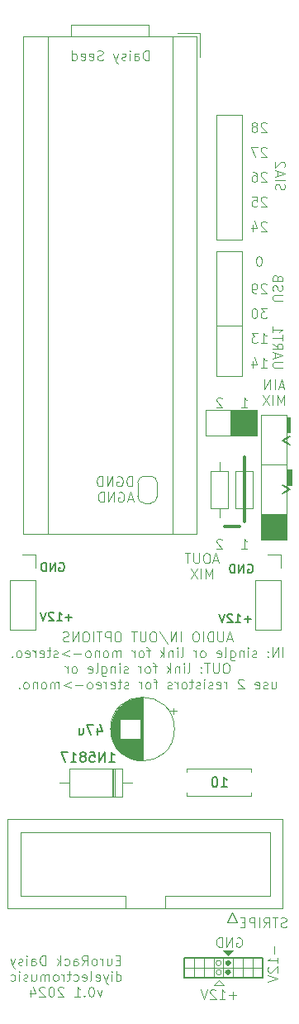
<source format=gbr>
%TF.GenerationSoftware,KiCad,Pcbnew,8.0.5*%
%TF.CreationDate,2024-12-21T15:11:58+00:00*%
%TF.ProjectId,EuroRackDaisy,4575726f-5261-4636-9b44-616973792e6b,rev?*%
%TF.SameCoordinates,Original*%
%TF.FileFunction,Legend,Bot*%
%TF.FilePolarity,Positive*%
%FSLAX46Y46*%
G04 Gerber Fmt 4.6, Leading zero omitted, Abs format (unit mm)*
G04 Created by KiCad (PCBNEW 8.0.5) date 2024-12-21 15:11:58*
%MOMM*%
%LPD*%
G01*
G04 APERTURE LIST*
%ADD10C,0.100000*%
%ADD11C,0.300000*%
%ADD12C,0.200000*%
%ADD13C,0.317621*%
%ADD14C,0.150000*%
%ADD15C,0.120000*%
G04 APERTURE END LIST*
D10*
X44609049Y-94963500D02*
X44958000Y-94963500D01*
X44958000Y-96552500D01*
X44609049Y-96552500D01*
X44609049Y-94963500D01*
G36*
X44609049Y-94963500D02*
G01*
X44958000Y-94963500D01*
X44958000Y-96552500D01*
X44609049Y-96552500D01*
X44609049Y-94963500D01*
G37*
X44510000Y-89597000D02*
X44858951Y-89597000D01*
X44858951Y-91186000D01*
X44510000Y-91186000D01*
X44510000Y-89597000D01*
G36*
X44510000Y-89597000D02*
G01*
X44858951Y-89597000D01*
X44858951Y-91186000D01*
X44510000Y-91186000D01*
X44510000Y-89597000D01*
G37*
D11*
X38100000Y-100838000D02*
X39624000Y-100838000D01*
D10*
X28652115Y-96680447D02*
X28652115Y-95680447D01*
X28652115Y-95680447D02*
X28414020Y-95680447D01*
X28414020Y-95680447D02*
X28271163Y-95728066D01*
X28271163Y-95728066D02*
X28175925Y-95823304D01*
X28175925Y-95823304D02*
X28128306Y-95918542D01*
X28128306Y-95918542D02*
X28080687Y-96109018D01*
X28080687Y-96109018D02*
X28080687Y-96251875D01*
X28080687Y-96251875D02*
X28128306Y-96442351D01*
X28128306Y-96442351D02*
X28175925Y-96537589D01*
X28175925Y-96537589D02*
X28271163Y-96632828D01*
X28271163Y-96632828D02*
X28414020Y-96680447D01*
X28414020Y-96680447D02*
X28652115Y-96680447D01*
X27128306Y-95728066D02*
X27223544Y-95680447D01*
X27223544Y-95680447D02*
X27366401Y-95680447D01*
X27366401Y-95680447D02*
X27509258Y-95728066D01*
X27509258Y-95728066D02*
X27604496Y-95823304D01*
X27604496Y-95823304D02*
X27652115Y-95918542D01*
X27652115Y-95918542D02*
X27699734Y-96109018D01*
X27699734Y-96109018D02*
X27699734Y-96251875D01*
X27699734Y-96251875D02*
X27652115Y-96442351D01*
X27652115Y-96442351D02*
X27604496Y-96537589D01*
X27604496Y-96537589D02*
X27509258Y-96632828D01*
X27509258Y-96632828D02*
X27366401Y-96680447D01*
X27366401Y-96680447D02*
X27271163Y-96680447D01*
X27271163Y-96680447D02*
X27128306Y-96632828D01*
X27128306Y-96632828D02*
X27080687Y-96585208D01*
X27080687Y-96585208D02*
X27080687Y-96251875D01*
X27080687Y-96251875D02*
X27271163Y-96251875D01*
X26652115Y-96680447D02*
X26652115Y-95680447D01*
X26652115Y-95680447D02*
X26080687Y-96680447D01*
X26080687Y-96680447D02*
X26080687Y-95680447D01*
X25604496Y-96680447D02*
X25604496Y-95680447D01*
X25604496Y-95680447D02*
X25366401Y-95680447D01*
X25366401Y-95680447D02*
X25223544Y-95728066D01*
X25223544Y-95728066D02*
X25128306Y-95823304D01*
X25128306Y-95823304D02*
X25080687Y-95918542D01*
X25080687Y-95918542D02*
X25033068Y-96109018D01*
X25033068Y-96109018D02*
X25033068Y-96251875D01*
X25033068Y-96251875D02*
X25080687Y-96442351D01*
X25080687Y-96442351D02*
X25128306Y-96537589D01*
X25128306Y-96537589D02*
X25223544Y-96632828D01*
X25223544Y-96632828D02*
X25366401Y-96680447D01*
X25366401Y-96680447D02*
X25604496Y-96680447D01*
X28699734Y-98004676D02*
X28223544Y-98004676D01*
X28794972Y-98290391D02*
X28461639Y-97290391D01*
X28461639Y-97290391D02*
X28128306Y-98290391D01*
X27271163Y-97338010D02*
X27366401Y-97290391D01*
X27366401Y-97290391D02*
X27509258Y-97290391D01*
X27509258Y-97290391D02*
X27652115Y-97338010D01*
X27652115Y-97338010D02*
X27747353Y-97433248D01*
X27747353Y-97433248D02*
X27794972Y-97528486D01*
X27794972Y-97528486D02*
X27842591Y-97718962D01*
X27842591Y-97718962D02*
X27842591Y-97861819D01*
X27842591Y-97861819D02*
X27794972Y-98052295D01*
X27794972Y-98052295D02*
X27747353Y-98147533D01*
X27747353Y-98147533D02*
X27652115Y-98242772D01*
X27652115Y-98242772D02*
X27509258Y-98290391D01*
X27509258Y-98290391D02*
X27414020Y-98290391D01*
X27414020Y-98290391D02*
X27271163Y-98242772D01*
X27271163Y-98242772D02*
X27223544Y-98195152D01*
X27223544Y-98195152D02*
X27223544Y-97861819D01*
X27223544Y-97861819D02*
X27414020Y-97861819D01*
X26794972Y-98290391D02*
X26794972Y-97290391D01*
X26794972Y-97290391D02*
X26223544Y-98290391D01*
X26223544Y-98290391D02*
X26223544Y-97290391D01*
X25747353Y-98290391D02*
X25747353Y-97290391D01*
X25747353Y-97290391D02*
X25509258Y-97290391D01*
X25509258Y-97290391D02*
X25366401Y-97338010D01*
X25366401Y-97338010D02*
X25271163Y-97433248D01*
X25271163Y-97433248D02*
X25223544Y-97528486D01*
X25223544Y-97528486D02*
X25175925Y-97718962D01*
X25175925Y-97718962D02*
X25175925Y-97861819D01*
X25175925Y-97861819D02*
X25223544Y-98052295D01*
X25223544Y-98052295D02*
X25271163Y-98147533D01*
X25271163Y-98147533D02*
X25366401Y-98242772D01*
X25366401Y-98242772D02*
X25509258Y-98290391D01*
X25509258Y-98290391D02*
X25747353Y-98290391D01*
D12*
X44069048Y-96573028D02*
X44830953Y-97001600D01*
X44830953Y-97001600D02*
X44069048Y-97430171D01*
X44830951Y-92402971D02*
X44069047Y-91974400D01*
X44069047Y-91974400D02*
X44830951Y-91545828D01*
D11*
X40132000Y-93726000D02*
X40132000Y-100330000D01*
D10*
X38892665Y-112310788D02*
X38416475Y-112310788D01*
X38987903Y-112596503D02*
X38654570Y-111596503D01*
X38654570Y-111596503D02*
X38321237Y-112596503D01*
X37987903Y-111596503D02*
X37987903Y-112406026D01*
X37987903Y-112406026D02*
X37940284Y-112501264D01*
X37940284Y-112501264D02*
X37892665Y-112548884D01*
X37892665Y-112548884D02*
X37797427Y-112596503D01*
X37797427Y-112596503D02*
X37606951Y-112596503D01*
X37606951Y-112596503D02*
X37511713Y-112548884D01*
X37511713Y-112548884D02*
X37464094Y-112501264D01*
X37464094Y-112501264D02*
X37416475Y-112406026D01*
X37416475Y-112406026D02*
X37416475Y-111596503D01*
X36940284Y-112596503D02*
X36940284Y-111596503D01*
X36940284Y-111596503D02*
X36702189Y-111596503D01*
X36702189Y-111596503D02*
X36559332Y-111644122D01*
X36559332Y-111644122D02*
X36464094Y-111739360D01*
X36464094Y-111739360D02*
X36416475Y-111834598D01*
X36416475Y-111834598D02*
X36368856Y-112025074D01*
X36368856Y-112025074D02*
X36368856Y-112167931D01*
X36368856Y-112167931D02*
X36416475Y-112358407D01*
X36416475Y-112358407D02*
X36464094Y-112453645D01*
X36464094Y-112453645D02*
X36559332Y-112548884D01*
X36559332Y-112548884D02*
X36702189Y-112596503D01*
X36702189Y-112596503D02*
X36940284Y-112596503D01*
X35940284Y-112596503D02*
X35940284Y-111596503D01*
X35273618Y-111596503D02*
X35083142Y-111596503D01*
X35083142Y-111596503D02*
X34987904Y-111644122D01*
X34987904Y-111644122D02*
X34892666Y-111739360D01*
X34892666Y-111739360D02*
X34845047Y-111929836D01*
X34845047Y-111929836D02*
X34845047Y-112263169D01*
X34845047Y-112263169D02*
X34892666Y-112453645D01*
X34892666Y-112453645D02*
X34987904Y-112548884D01*
X34987904Y-112548884D02*
X35083142Y-112596503D01*
X35083142Y-112596503D02*
X35273618Y-112596503D01*
X35273618Y-112596503D02*
X35368856Y-112548884D01*
X35368856Y-112548884D02*
X35464094Y-112453645D01*
X35464094Y-112453645D02*
X35511713Y-112263169D01*
X35511713Y-112263169D02*
X35511713Y-111929836D01*
X35511713Y-111929836D02*
X35464094Y-111739360D01*
X35464094Y-111739360D02*
X35368856Y-111644122D01*
X35368856Y-111644122D02*
X35273618Y-111596503D01*
X33654570Y-112596503D02*
X33654570Y-111596503D01*
X33178380Y-112596503D02*
X33178380Y-111596503D01*
X33178380Y-111596503D02*
X32606952Y-112596503D01*
X32606952Y-112596503D02*
X32606952Y-111596503D01*
X31416476Y-111548884D02*
X32273618Y-112834598D01*
X30892666Y-111596503D02*
X30702190Y-111596503D01*
X30702190Y-111596503D02*
X30606952Y-111644122D01*
X30606952Y-111644122D02*
X30511714Y-111739360D01*
X30511714Y-111739360D02*
X30464095Y-111929836D01*
X30464095Y-111929836D02*
X30464095Y-112263169D01*
X30464095Y-112263169D02*
X30511714Y-112453645D01*
X30511714Y-112453645D02*
X30606952Y-112548884D01*
X30606952Y-112548884D02*
X30702190Y-112596503D01*
X30702190Y-112596503D02*
X30892666Y-112596503D01*
X30892666Y-112596503D02*
X30987904Y-112548884D01*
X30987904Y-112548884D02*
X31083142Y-112453645D01*
X31083142Y-112453645D02*
X31130761Y-112263169D01*
X31130761Y-112263169D02*
X31130761Y-111929836D01*
X31130761Y-111929836D02*
X31083142Y-111739360D01*
X31083142Y-111739360D02*
X30987904Y-111644122D01*
X30987904Y-111644122D02*
X30892666Y-111596503D01*
X30035523Y-111596503D02*
X30035523Y-112406026D01*
X30035523Y-112406026D02*
X29987904Y-112501264D01*
X29987904Y-112501264D02*
X29940285Y-112548884D01*
X29940285Y-112548884D02*
X29845047Y-112596503D01*
X29845047Y-112596503D02*
X29654571Y-112596503D01*
X29654571Y-112596503D02*
X29559333Y-112548884D01*
X29559333Y-112548884D02*
X29511714Y-112501264D01*
X29511714Y-112501264D02*
X29464095Y-112406026D01*
X29464095Y-112406026D02*
X29464095Y-111596503D01*
X29130761Y-111596503D02*
X28559333Y-111596503D01*
X28845047Y-112596503D02*
X28845047Y-111596503D01*
X27273618Y-111596503D02*
X27083142Y-111596503D01*
X27083142Y-111596503D02*
X26987904Y-111644122D01*
X26987904Y-111644122D02*
X26892666Y-111739360D01*
X26892666Y-111739360D02*
X26845047Y-111929836D01*
X26845047Y-111929836D02*
X26845047Y-112263169D01*
X26845047Y-112263169D02*
X26892666Y-112453645D01*
X26892666Y-112453645D02*
X26987904Y-112548884D01*
X26987904Y-112548884D02*
X27083142Y-112596503D01*
X27083142Y-112596503D02*
X27273618Y-112596503D01*
X27273618Y-112596503D02*
X27368856Y-112548884D01*
X27368856Y-112548884D02*
X27464094Y-112453645D01*
X27464094Y-112453645D02*
X27511713Y-112263169D01*
X27511713Y-112263169D02*
X27511713Y-111929836D01*
X27511713Y-111929836D02*
X27464094Y-111739360D01*
X27464094Y-111739360D02*
X27368856Y-111644122D01*
X27368856Y-111644122D02*
X27273618Y-111596503D01*
X26416475Y-112596503D02*
X26416475Y-111596503D01*
X26416475Y-111596503D02*
X26035523Y-111596503D01*
X26035523Y-111596503D02*
X25940285Y-111644122D01*
X25940285Y-111644122D02*
X25892666Y-111691741D01*
X25892666Y-111691741D02*
X25845047Y-111786979D01*
X25845047Y-111786979D02*
X25845047Y-111929836D01*
X25845047Y-111929836D02*
X25892666Y-112025074D01*
X25892666Y-112025074D02*
X25940285Y-112072693D01*
X25940285Y-112072693D02*
X26035523Y-112120312D01*
X26035523Y-112120312D02*
X26416475Y-112120312D01*
X25559332Y-111596503D02*
X24987904Y-111596503D01*
X25273618Y-112596503D02*
X25273618Y-111596503D01*
X24654570Y-112596503D02*
X24654570Y-111596503D01*
X23987904Y-111596503D02*
X23797428Y-111596503D01*
X23797428Y-111596503D02*
X23702190Y-111644122D01*
X23702190Y-111644122D02*
X23606952Y-111739360D01*
X23606952Y-111739360D02*
X23559333Y-111929836D01*
X23559333Y-111929836D02*
X23559333Y-112263169D01*
X23559333Y-112263169D02*
X23606952Y-112453645D01*
X23606952Y-112453645D02*
X23702190Y-112548884D01*
X23702190Y-112548884D02*
X23797428Y-112596503D01*
X23797428Y-112596503D02*
X23987904Y-112596503D01*
X23987904Y-112596503D02*
X24083142Y-112548884D01*
X24083142Y-112548884D02*
X24178380Y-112453645D01*
X24178380Y-112453645D02*
X24225999Y-112263169D01*
X24225999Y-112263169D02*
X24225999Y-111929836D01*
X24225999Y-111929836D02*
X24178380Y-111739360D01*
X24178380Y-111739360D02*
X24083142Y-111644122D01*
X24083142Y-111644122D02*
X23987904Y-111596503D01*
X23130761Y-112596503D02*
X23130761Y-111596503D01*
X23130761Y-111596503D02*
X22559333Y-112596503D01*
X22559333Y-112596503D02*
X22559333Y-111596503D01*
X22130761Y-112548884D02*
X21987904Y-112596503D01*
X21987904Y-112596503D02*
X21749809Y-112596503D01*
X21749809Y-112596503D02*
X21654571Y-112548884D01*
X21654571Y-112548884D02*
X21606952Y-112501264D01*
X21606952Y-112501264D02*
X21559333Y-112406026D01*
X21559333Y-112406026D02*
X21559333Y-112310788D01*
X21559333Y-112310788D02*
X21606952Y-112215550D01*
X21606952Y-112215550D02*
X21654571Y-112167931D01*
X21654571Y-112167931D02*
X21749809Y-112120312D01*
X21749809Y-112120312D02*
X21940285Y-112072693D01*
X21940285Y-112072693D02*
X22035523Y-112025074D01*
X22035523Y-112025074D02*
X22083142Y-111977455D01*
X22083142Y-111977455D02*
X22130761Y-111882217D01*
X22130761Y-111882217D02*
X22130761Y-111786979D01*
X22130761Y-111786979D02*
X22083142Y-111691741D01*
X22083142Y-111691741D02*
X22035523Y-111644122D01*
X22035523Y-111644122D02*
X21940285Y-111596503D01*
X21940285Y-111596503D02*
X21702190Y-111596503D01*
X21702190Y-111596503D02*
X21559333Y-111644122D01*
X44106953Y-114206447D02*
X44106953Y-113206447D01*
X43630763Y-114206447D02*
X43630763Y-113206447D01*
X43630763Y-113206447D02*
X43059335Y-114206447D01*
X43059335Y-114206447D02*
X43059335Y-113206447D01*
X42583144Y-114111208D02*
X42535525Y-114158828D01*
X42535525Y-114158828D02*
X42583144Y-114206447D01*
X42583144Y-114206447D02*
X42630763Y-114158828D01*
X42630763Y-114158828D02*
X42583144Y-114111208D01*
X42583144Y-114111208D02*
X42583144Y-114206447D01*
X42583144Y-113587399D02*
X42535525Y-113635018D01*
X42535525Y-113635018D02*
X42583144Y-113682637D01*
X42583144Y-113682637D02*
X42630763Y-113635018D01*
X42630763Y-113635018D02*
X42583144Y-113587399D01*
X42583144Y-113587399D02*
X42583144Y-113682637D01*
X41392668Y-114158828D02*
X41297430Y-114206447D01*
X41297430Y-114206447D02*
X41106954Y-114206447D01*
X41106954Y-114206447D02*
X41011716Y-114158828D01*
X41011716Y-114158828D02*
X40964097Y-114063589D01*
X40964097Y-114063589D02*
X40964097Y-114015970D01*
X40964097Y-114015970D02*
X41011716Y-113920732D01*
X41011716Y-113920732D02*
X41106954Y-113873113D01*
X41106954Y-113873113D02*
X41249811Y-113873113D01*
X41249811Y-113873113D02*
X41345049Y-113825494D01*
X41345049Y-113825494D02*
X41392668Y-113730256D01*
X41392668Y-113730256D02*
X41392668Y-113682637D01*
X41392668Y-113682637D02*
X41345049Y-113587399D01*
X41345049Y-113587399D02*
X41249811Y-113539780D01*
X41249811Y-113539780D02*
X41106954Y-113539780D01*
X41106954Y-113539780D02*
X41011716Y-113587399D01*
X40535525Y-114206447D02*
X40535525Y-113539780D01*
X40535525Y-113206447D02*
X40583144Y-113254066D01*
X40583144Y-113254066D02*
X40535525Y-113301685D01*
X40535525Y-113301685D02*
X40487906Y-113254066D01*
X40487906Y-113254066D02*
X40535525Y-113206447D01*
X40535525Y-113206447D02*
X40535525Y-113301685D01*
X40059335Y-113539780D02*
X40059335Y-114206447D01*
X40059335Y-113635018D02*
X40011716Y-113587399D01*
X40011716Y-113587399D02*
X39916478Y-113539780D01*
X39916478Y-113539780D02*
X39773621Y-113539780D01*
X39773621Y-113539780D02*
X39678383Y-113587399D01*
X39678383Y-113587399D02*
X39630764Y-113682637D01*
X39630764Y-113682637D02*
X39630764Y-114206447D01*
X38726002Y-113539780D02*
X38726002Y-114349304D01*
X38726002Y-114349304D02*
X38773621Y-114444542D01*
X38773621Y-114444542D02*
X38821240Y-114492161D01*
X38821240Y-114492161D02*
X38916478Y-114539780D01*
X38916478Y-114539780D02*
X39059335Y-114539780D01*
X39059335Y-114539780D02*
X39154573Y-114492161D01*
X38726002Y-114158828D02*
X38821240Y-114206447D01*
X38821240Y-114206447D02*
X39011716Y-114206447D01*
X39011716Y-114206447D02*
X39106954Y-114158828D01*
X39106954Y-114158828D02*
X39154573Y-114111208D01*
X39154573Y-114111208D02*
X39202192Y-114015970D01*
X39202192Y-114015970D02*
X39202192Y-113730256D01*
X39202192Y-113730256D02*
X39154573Y-113635018D01*
X39154573Y-113635018D02*
X39106954Y-113587399D01*
X39106954Y-113587399D02*
X39011716Y-113539780D01*
X39011716Y-113539780D02*
X38821240Y-113539780D01*
X38821240Y-113539780D02*
X38726002Y-113587399D01*
X38106954Y-114206447D02*
X38202192Y-114158828D01*
X38202192Y-114158828D02*
X38249811Y-114063589D01*
X38249811Y-114063589D02*
X38249811Y-113206447D01*
X37345049Y-114158828D02*
X37440287Y-114206447D01*
X37440287Y-114206447D02*
X37630763Y-114206447D01*
X37630763Y-114206447D02*
X37726001Y-114158828D01*
X37726001Y-114158828D02*
X37773620Y-114063589D01*
X37773620Y-114063589D02*
X37773620Y-113682637D01*
X37773620Y-113682637D02*
X37726001Y-113587399D01*
X37726001Y-113587399D02*
X37630763Y-113539780D01*
X37630763Y-113539780D02*
X37440287Y-113539780D01*
X37440287Y-113539780D02*
X37345049Y-113587399D01*
X37345049Y-113587399D02*
X37297430Y-113682637D01*
X37297430Y-113682637D02*
X37297430Y-113777875D01*
X37297430Y-113777875D02*
X37773620Y-113873113D01*
X35964096Y-114206447D02*
X36059334Y-114158828D01*
X36059334Y-114158828D02*
X36106953Y-114111208D01*
X36106953Y-114111208D02*
X36154572Y-114015970D01*
X36154572Y-114015970D02*
X36154572Y-113730256D01*
X36154572Y-113730256D02*
X36106953Y-113635018D01*
X36106953Y-113635018D02*
X36059334Y-113587399D01*
X36059334Y-113587399D02*
X35964096Y-113539780D01*
X35964096Y-113539780D02*
X35821239Y-113539780D01*
X35821239Y-113539780D02*
X35726001Y-113587399D01*
X35726001Y-113587399D02*
X35678382Y-113635018D01*
X35678382Y-113635018D02*
X35630763Y-113730256D01*
X35630763Y-113730256D02*
X35630763Y-114015970D01*
X35630763Y-114015970D02*
X35678382Y-114111208D01*
X35678382Y-114111208D02*
X35726001Y-114158828D01*
X35726001Y-114158828D02*
X35821239Y-114206447D01*
X35821239Y-114206447D02*
X35964096Y-114206447D01*
X35202191Y-114206447D02*
X35202191Y-113539780D01*
X35202191Y-113730256D02*
X35154572Y-113635018D01*
X35154572Y-113635018D02*
X35106953Y-113587399D01*
X35106953Y-113587399D02*
X35011715Y-113539780D01*
X35011715Y-113539780D02*
X34916477Y-113539780D01*
X33678381Y-114206447D02*
X33773619Y-114158828D01*
X33773619Y-114158828D02*
X33821238Y-114063589D01*
X33821238Y-114063589D02*
X33821238Y-113206447D01*
X33297428Y-114206447D02*
X33297428Y-113539780D01*
X33297428Y-113206447D02*
X33345047Y-113254066D01*
X33345047Y-113254066D02*
X33297428Y-113301685D01*
X33297428Y-113301685D02*
X33249809Y-113254066D01*
X33249809Y-113254066D02*
X33297428Y-113206447D01*
X33297428Y-113206447D02*
X33297428Y-113301685D01*
X32821238Y-113539780D02*
X32821238Y-114206447D01*
X32821238Y-113635018D02*
X32773619Y-113587399D01*
X32773619Y-113587399D02*
X32678381Y-113539780D01*
X32678381Y-113539780D02*
X32535524Y-113539780D01*
X32535524Y-113539780D02*
X32440286Y-113587399D01*
X32440286Y-113587399D02*
X32392667Y-113682637D01*
X32392667Y-113682637D02*
X32392667Y-114206447D01*
X31916476Y-114206447D02*
X31916476Y-113206447D01*
X31821238Y-113825494D02*
X31535524Y-114206447D01*
X31535524Y-113539780D02*
X31916476Y-113920732D01*
X30487904Y-113539780D02*
X30106952Y-113539780D01*
X30345047Y-114206447D02*
X30345047Y-113349304D01*
X30345047Y-113349304D02*
X30297428Y-113254066D01*
X30297428Y-113254066D02*
X30202190Y-113206447D01*
X30202190Y-113206447D02*
X30106952Y-113206447D01*
X29630761Y-114206447D02*
X29725999Y-114158828D01*
X29725999Y-114158828D02*
X29773618Y-114111208D01*
X29773618Y-114111208D02*
X29821237Y-114015970D01*
X29821237Y-114015970D02*
X29821237Y-113730256D01*
X29821237Y-113730256D02*
X29773618Y-113635018D01*
X29773618Y-113635018D02*
X29725999Y-113587399D01*
X29725999Y-113587399D02*
X29630761Y-113539780D01*
X29630761Y-113539780D02*
X29487904Y-113539780D01*
X29487904Y-113539780D02*
X29392666Y-113587399D01*
X29392666Y-113587399D02*
X29345047Y-113635018D01*
X29345047Y-113635018D02*
X29297428Y-113730256D01*
X29297428Y-113730256D02*
X29297428Y-114015970D01*
X29297428Y-114015970D02*
X29345047Y-114111208D01*
X29345047Y-114111208D02*
X29392666Y-114158828D01*
X29392666Y-114158828D02*
X29487904Y-114206447D01*
X29487904Y-114206447D02*
X29630761Y-114206447D01*
X28868856Y-114206447D02*
X28868856Y-113539780D01*
X28868856Y-113730256D02*
X28821237Y-113635018D01*
X28821237Y-113635018D02*
X28773618Y-113587399D01*
X28773618Y-113587399D02*
X28678380Y-113539780D01*
X28678380Y-113539780D02*
X28583142Y-113539780D01*
X27487903Y-114206447D02*
X27487903Y-113539780D01*
X27487903Y-113635018D02*
X27440284Y-113587399D01*
X27440284Y-113587399D02*
X27345046Y-113539780D01*
X27345046Y-113539780D02*
X27202189Y-113539780D01*
X27202189Y-113539780D02*
X27106951Y-113587399D01*
X27106951Y-113587399D02*
X27059332Y-113682637D01*
X27059332Y-113682637D02*
X27059332Y-114206447D01*
X27059332Y-113682637D02*
X27011713Y-113587399D01*
X27011713Y-113587399D02*
X26916475Y-113539780D01*
X26916475Y-113539780D02*
X26773618Y-113539780D01*
X26773618Y-113539780D02*
X26678379Y-113587399D01*
X26678379Y-113587399D02*
X26630760Y-113682637D01*
X26630760Y-113682637D02*
X26630760Y-114206447D01*
X26011713Y-114206447D02*
X26106951Y-114158828D01*
X26106951Y-114158828D02*
X26154570Y-114111208D01*
X26154570Y-114111208D02*
X26202189Y-114015970D01*
X26202189Y-114015970D02*
X26202189Y-113730256D01*
X26202189Y-113730256D02*
X26154570Y-113635018D01*
X26154570Y-113635018D02*
X26106951Y-113587399D01*
X26106951Y-113587399D02*
X26011713Y-113539780D01*
X26011713Y-113539780D02*
X25868856Y-113539780D01*
X25868856Y-113539780D02*
X25773618Y-113587399D01*
X25773618Y-113587399D02*
X25725999Y-113635018D01*
X25725999Y-113635018D02*
X25678380Y-113730256D01*
X25678380Y-113730256D02*
X25678380Y-114015970D01*
X25678380Y-114015970D02*
X25725999Y-114111208D01*
X25725999Y-114111208D02*
X25773618Y-114158828D01*
X25773618Y-114158828D02*
X25868856Y-114206447D01*
X25868856Y-114206447D02*
X26011713Y-114206447D01*
X25249808Y-113539780D02*
X25249808Y-114206447D01*
X25249808Y-113635018D02*
X25202189Y-113587399D01*
X25202189Y-113587399D02*
X25106951Y-113539780D01*
X25106951Y-113539780D02*
X24964094Y-113539780D01*
X24964094Y-113539780D02*
X24868856Y-113587399D01*
X24868856Y-113587399D02*
X24821237Y-113682637D01*
X24821237Y-113682637D02*
X24821237Y-114206447D01*
X24202189Y-114206447D02*
X24297427Y-114158828D01*
X24297427Y-114158828D02*
X24345046Y-114111208D01*
X24345046Y-114111208D02*
X24392665Y-114015970D01*
X24392665Y-114015970D02*
X24392665Y-113730256D01*
X24392665Y-113730256D02*
X24345046Y-113635018D01*
X24345046Y-113635018D02*
X24297427Y-113587399D01*
X24297427Y-113587399D02*
X24202189Y-113539780D01*
X24202189Y-113539780D02*
X24059332Y-113539780D01*
X24059332Y-113539780D02*
X23964094Y-113587399D01*
X23964094Y-113587399D02*
X23916475Y-113635018D01*
X23916475Y-113635018D02*
X23868856Y-113730256D01*
X23868856Y-113730256D02*
X23868856Y-114015970D01*
X23868856Y-114015970D02*
X23916475Y-114111208D01*
X23916475Y-114111208D02*
X23964094Y-114158828D01*
X23964094Y-114158828D02*
X24059332Y-114206447D01*
X24059332Y-114206447D02*
X24202189Y-114206447D01*
X23440284Y-113825494D02*
X22678380Y-113825494D01*
X22202189Y-113539780D02*
X21440285Y-113825494D01*
X21440285Y-113825494D02*
X22202189Y-114111208D01*
X21011713Y-114158828D02*
X20916475Y-114206447D01*
X20916475Y-114206447D02*
X20725999Y-114206447D01*
X20725999Y-114206447D02*
X20630761Y-114158828D01*
X20630761Y-114158828D02*
X20583142Y-114063589D01*
X20583142Y-114063589D02*
X20583142Y-114015970D01*
X20583142Y-114015970D02*
X20630761Y-113920732D01*
X20630761Y-113920732D02*
X20725999Y-113873113D01*
X20725999Y-113873113D02*
X20868856Y-113873113D01*
X20868856Y-113873113D02*
X20964094Y-113825494D01*
X20964094Y-113825494D02*
X21011713Y-113730256D01*
X21011713Y-113730256D02*
X21011713Y-113682637D01*
X21011713Y-113682637D02*
X20964094Y-113587399D01*
X20964094Y-113587399D02*
X20868856Y-113539780D01*
X20868856Y-113539780D02*
X20725999Y-113539780D01*
X20725999Y-113539780D02*
X20630761Y-113587399D01*
X20297427Y-113539780D02*
X19916475Y-113539780D01*
X20154570Y-113206447D02*
X20154570Y-114063589D01*
X20154570Y-114063589D02*
X20106951Y-114158828D01*
X20106951Y-114158828D02*
X20011713Y-114206447D01*
X20011713Y-114206447D02*
X19916475Y-114206447D01*
X19202189Y-114158828D02*
X19297427Y-114206447D01*
X19297427Y-114206447D02*
X19487903Y-114206447D01*
X19487903Y-114206447D02*
X19583141Y-114158828D01*
X19583141Y-114158828D02*
X19630760Y-114063589D01*
X19630760Y-114063589D02*
X19630760Y-113682637D01*
X19630760Y-113682637D02*
X19583141Y-113587399D01*
X19583141Y-113587399D02*
X19487903Y-113539780D01*
X19487903Y-113539780D02*
X19297427Y-113539780D01*
X19297427Y-113539780D02*
X19202189Y-113587399D01*
X19202189Y-113587399D02*
X19154570Y-113682637D01*
X19154570Y-113682637D02*
X19154570Y-113777875D01*
X19154570Y-113777875D02*
X19630760Y-113873113D01*
X18725998Y-114206447D02*
X18725998Y-113539780D01*
X18725998Y-113730256D02*
X18678379Y-113635018D01*
X18678379Y-113635018D02*
X18630760Y-113587399D01*
X18630760Y-113587399D02*
X18535522Y-113539780D01*
X18535522Y-113539780D02*
X18440284Y-113539780D01*
X17725998Y-114158828D02*
X17821236Y-114206447D01*
X17821236Y-114206447D02*
X18011712Y-114206447D01*
X18011712Y-114206447D02*
X18106950Y-114158828D01*
X18106950Y-114158828D02*
X18154569Y-114063589D01*
X18154569Y-114063589D02*
X18154569Y-113682637D01*
X18154569Y-113682637D02*
X18106950Y-113587399D01*
X18106950Y-113587399D02*
X18011712Y-113539780D01*
X18011712Y-113539780D02*
X17821236Y-113539780D01*
X17821236Y-113539780D02*
X17725998Y-113587399D01*
X17725998Y-113587399D02*
X17678379Y-113682637D01*
X17678379Y-113682637D02*
X17678379Y-113777875D01*
X17678379Y-113777875D02*
X18154569Y-113873113D01*
X17106950Y-114206447D02*
X17202188Y-114158828D01*
X17202188Y-114158828D02*
X17249807Y-114111208D01*
X17249807Y-114111208D02*
X17297426Y-114015970D01*
X17297426Y-114015970D02*
X17297426Y-113730256D01*
X17297426Y-113730256D02*
X17249807Y-113635018D01*
X17249807Y-113635018D02*
X17202188Y-113587399D01*
X17202188Y-113587399D02*
X17106950Y-113539780D01*
X17106950Y-113539780D02*
X16964093Y-113539780D01*
X16964093Y-113539780D02*
X16868855Y-113587399D01*
X16868855Y-113587399D02*
X16821236Y-113635018D01*
X16821236Y-113635018D02*
X16773617Y-113730256D01*
X16773617Y-113730256D02*
X16773617Y-114015970D01*
X16773617Y-114015970D02*
X16821236Y-114111208D01*
X16821236Y-114111208D02*
X16868855Y-114158828D01*
X16868855Y-114158828D02*
X16964093Y-114206447D01*
X16964093Y-114206447D02*
X17106950Y-114206447D01*
X16345045Y-114111208D02*
X16297426Y-114158828D01*
X16297426Y-114158828D02*
X16345045Y-114206447D01*
X16345045Y-114206447D02*
X16392664Y-114158828D01*
X16392664Y-114158828D02*
X16345045Y-114111208D01*
X16345045Y-114111208D02*
X16345045Y-114206447D01*
X38392667Y-114816391D02*
X38202191Y-114816391D01*
X38202191Y-114816391D02*
X38106953Y-114864010D01*
X38106953Y-114864010D02*
X38011715Y-114959248D01*
X38011715Y-114959248D02*
X37964096Y-115149724D01*
X37964096Y-115149724D02*
X37964096Y-115483057D01*
X37964096Y-115483057D02*
X38011715Y-115673533D01*
X38011715Y-115673533D02*
X38106953Y-115768772D01*
X38106953Y-115768772D02*
X38202191Y-115816391D01*
X38202191Y-115816391D02*
X38392667Y-115816391D01*
X38392667Y-115816391D02*
X38487905Y-115768772D01*
X38487905Y-115768772D02*
X38583143Y-115673533D01*
X38583143Y-115673533D02*
X38630762Y-115483057D01*
X38630762Y-115483057D02*
X38630762Y-115149724D01*
X38630762Y-115149724D02*
X38583143Y-114959248D01*
X38583143Y-114959248D02*
X38487905Y-114864010D01*
X38487905Y-114864010D02*
X38392667Y-114816391D01*
X37535524Y-114816391D02*
X37535524Y-115625914D01*
X37535524Y-115625914D02*
X37487905Y-115721152D01*
X37487905Y-115721152D02*
X37440286Y-115768772D01*
X37440286Y-115768772D02*
X37345048Y-115816391D01*
X37345048Y-115816391D02*
X37154572Y-115816391D01*
X37154572Y-115816391D02*
X37059334Y-115768772D01*
X37059334Y-115768772D02*
X37011715Y-115721152D01*
X37011715Y-115721152D02*
X36964096Y-115625914D01*
X36964096Y-115625914D02*
X36964096Y-114816391D01*
X36630762Y-114816391D02*
X36059334Y-114816391D01*
X36345048Y-115816391D02*
X36345048Y-114816391D01*
X35726000Y-115721152D02*
X35678381Y-115768772D01*
X35678381Y-115768772D02*
X35726000Y-115816391D01*
X35726000Y-115816391D02*
X35773619Y-115768772D01*
X35773619Y-115768772D02*
X35726000Y-115721152D01*
X35726000Y-115721152D02*
X35726000Y-115816391D01*
X35726000Y-115197343D02*
X35678381Y-115244962D01*
X35678381Y-115244962D02*
X35726000Y-115292581D01*
X35726000Y-115292581D02*
X35773619Y-115244962D01*
X35773619Y-115244962D02*
X35726000Y-115197343D01*
X35726000Y-115197343D02*
X35726000Y-115292581D01*
X34345048Y-115816391D02*
X34440286Y-115768772D01*
X34440286Y-115768772D02*
X34487905Y-115673533D01*
X34487905Y-115673533D02*
X34487905Y-114816391D01*
X33964095Y-115816391D02*
X33964095Y-115149724D01*
X33964095Y-114816391D02*
X34011714Y-114864010D01*
X34011714Y-114864010D02*
X33964095Y-114911629D01*
X33964095Y-114911629D02*
X33916476Y-114864010D01*
X33916476Y-114864010D02*
X33964095Y-114816391D01*
X33964095Y-114816391D02*
X33964095Y-114911629D01*
X33487905Y-115149724D02*
X33487905Y-115816391D01*
X33487905Y-115244962D02*
X33440286Y-115197343D01*
X33440286Y-115197343D02*
X33345048Y-115149724D01*
X33345048Y-115149724D02*
X33202191Y-115149724D01*
X33202191Y-115149724D02*
X33106953Y-115197343D01*
X33106953Y-115197343D02*
X33059334Y-115292581D01*
X33059334Y-115292581D02*
X33059334Y-115816391D01*
X32583143Y-115816391D02*
X32583143Y-114816391D01*
X32487905Y-115435438D02*
X32202191Y-115816391D01*
X32202191Y-115149724D02*
X32583143Y-115530676D01*
X31154571Y-115149724D02*
X30773619Y-115149724D01*
X31011714Y-115816391D02*
X31011714Y-114959248D01*
X31011714Y-114959248D02*
X30964095Y-114864010D01*
X30964095Y-114864010D02*
X30868857Y-114816391D01*
X30868857Y-114816391D02*
X30773619Y-114816391D01*
X30297428Y-115816391D02*
X30392666Y-115768772D01*
X30392666Y-115768772D02*
X30440285Y-115721152D01*
X30440285Y-115721152D02*
X30487904Y-115625914D01*
X30487904Y-115625914D02*
X30487904Y-115340200D01*
X30487904Y-115340200D02*
X30440285Y-115244962D01*
X30440285Y-115244962D02*
X30392666Y-115197343D01*
X30392666Y-115197343D02*
X30297428Y-115149724D01*
X30297428Y-115149724D02*
X30154571Y-115149724D01*
X30154571Y-115149724D02*
X30059333Y-115197343D01*
X30059333Y-115197343D02*
X30011714Y-115244962D01*
X30011714Y-115244962D02*
X29964095Y-115340200D01*
X29964095Y-115340200D02*
X29964095Y-115625914D01*
X29964095Y-115625914D02*
X30011714Y-115721152D01*
X30011714Y-115721152D02*
X30059333Y-115768772D01*
X30059333Y-115768772D02*
X30154571Y-115816391D01*
X30154571Y-115816391D02*
X30297428Y-115816391D01*
X29535523Y-115816391D02*
X29535523Y-115149724D01*
X29535523Y-115340200D02*
X29487904Y-115244962D01*
X29487904Y-115244962D02*
X29440285Y-115197343D01*
X29440285Y-115197343D02*
X29345047Y-115149724D01*
X29345047Y-115149724D02*
X29249809Y-115149724D01*
X28202189Y-115768772D02*
X28106951Y-115816391D01*
X28106951Y-115816391D02*
X27916475Y-115816391D01*
X27916475Y-115816391D02*
X27821237Y-115768772D01*
X27821237Y-115768772D02*
X27773618Y-115673533D01*
X27773618Y-115673533D02*
X27773618Y-115625914D01*
X27773618Y-115625914D02*
X27821237Y-115530676D01*
X27821237Y-115530676D02*
X27916475Y-115483057D01*
X27916475Y-115483057D02*
X28059332Y-115483057D01*
X28059332Y-115483057D02*
X28154570Y-115435438D01*
X28154570Y-115435438D02*
X28202189Y-115340200D01*
X28202189Y-115340200D02*
X28202189Y-115292581D01*
X28202189Y-115292581D02*
X28154570Y-115197343D01*
X28154570Y-115197343D02*
X28059332Y-115149724D01*
X28059332Y-115149724D02*
X27916475Y-115149724D01*
X27916475Y-115149724D02*
X27821237Y-115197343D01*
X27345046Y-115816391D02*
X27345046Y-115149724D01*
X27345046Y-114816391D02*
X27392665Y-114864010D01*
X27392665Y-114864010D02*
X27345046Y-114911629D01*
X27345046Y-114911629D02*
X27297427Y-114864010D01*
X27297427Y-114864010D02*
X27345046Y-114816391D01*
X27345046Y-114816391D02*
X27345046Y-114911629D01*
X26868856Y-115149724D02*
X26868856Y-115816391D01*
X26868856Y-115244962D02*
X26821237Y-115197343D01*
X26821237Y-115197343D02*
X26725999Y-115149724D01*
X26725999Y-115149724D02*
X26583142Y-115149724D01*
X26583142Y-115149724D02*
X26487904Y-115197343D01*
X26487904Y-115197343D02*
X26440285Y-115292581D01*
X26440285Y-115292581D02*
X26440285Y-115816391D01*
X25535523Y-115149724D02*
X25535523Y-115959248D01*
X25535523Y-115959248D02*
X25583142Y-116054486D01*
X25583142Y-116054486D02*
X25630761Y-116102105D01*
X25630761Y-116102105D02*
X25725999Y-116149724D01*
X25725999Y-116149724D02*
X25868856Y-116149724D01*
X25868856Y-116149724D02*
X25964094Y-116102105D01*
X25535523Y-115768772D02*
X25630761Y-115816391D01*
X25630761Y-115816391D02*
X25821237Y-115816391D01*
X25821237Y-115816391D02*
X25916475Y-115768772D01*
X25916475Y-115768772D02*
X25964094Y-115721152D01*
X25964094Y-115721152D02*
X26011713Y-115625914D01*
X26011713Y-115625914D02*
X26011713Y-115340200D01*
X26011713Y-115340200D02*
X25964094Y-115244962D01*
X25964094Y-115244962D02*
X25916475Y-115197343D01*
X25916475Y-115197343D02*
X25821237Y-115149724D01*
X25821237Y-115149724D02*
X25630761Y-115149724D01*
X25630761Y-115149724D02*
X25535523Y-115197343D01*
X24916475Y-115816391D02*
X25011713Y-115768772D01*
X25011713Y-115768772D02*
X25059332Y-115673533D01*
X25059332Y-115673533D02*
X25059332Y-114816391D01*
X24154570Y-115768772D02*
X24249808Y-115816391D01*
X24249808Y-115816391D02*
X24440284Y-115816391D01*
X24440284Y-115816391D02*
X24535522Y-115768772D01*
X24535522Y-115768772D02*
X24583141Y-115673533D01*
X24583141Y-115673533D02*
X24583141Y-115292581D01*
X24583141Y-115292581D02*
X24535522Y-115197343D01*
X24535522Y-115197343D02*
X24440284Y-115149724D01*
X24440284Y-115149724D02*
X24249808Y-115149724D01*
X24249808Y-115149724D02*
X24154570Y-115197343D01*
X24154570Y-115197343D02*
X24106951Y-115292581D01*
X24106951Y-115292581D02*
X24106951Y-115387819D01*
X24106951Y-115387819D02*
X24583141Y-115483057D01*
X22773617Y-115816391D02*
X22868855Y-115768772D01*
X22868855Y-115768772D02*
X22916474Y-115721152D01*
X22916474Y-115721152D02*
X22964093Y-115625914D01*
X22964093Y-115625914D02*
X22964093Y-115340200D01*
X22964093Y-115340200D02*
X22916474Y-115244962D01*
X22916474Y-115244962D02*
X22868855Y-115197343D01*
X22868855Y-115197343D02*
X22773617Y-115149724D01*
X22773617Y-115149724D02*
X22630760Y-115149724D01*
X22630760Y-115149724D02*
X22535522Y-115197343D01*
X22535522Y-115197343D02*
X22487903Y-115244962D01*
X22487903Y-115244962D02*
X22440284Y-115340200D01*
X22440284Y-115340200D02*
X22440284Y-115625914D01*
X22440284Y-115625914D02*
X22487903Y-115721152D01*
X22487903Y-115721152D02*
X22535522Y-115768772D01*
X22535522Y-115768772D02*
X22630760Y-115816391D01*
X22630760Y-115816391D02*
X22773617Y-115816391D01*
X22011712Y-115816391D02*
X22011712Y-115149724D01*
X22011712Y-115340200D02*
X21964093Y-115244962D01*
X21964093Y-115244962D02*
X21916474Y-115197343D01*
X21916474Y-115197343D02*
X21821236Y-115149724D01*
X21821236Y-115149724D02*
X21725998Y-115149724D01*
X42940287Y-116759668D02*
X42940287Y-117426335D01*
X43368858Y-116759668D02*
X43368858Y-117283477D01*
X43368858Y-117283477D02*
X43321239Y-117378716D01*
X43321239Y-117378716D02*
X43226001Y-117426335D01*
X43226001Y-117426335D02*
X43083144Y-117426335D01*
X43083144Y-117426335D02*
X42987906Y-117378716D01*
X42987906Y-117378716D02*
X42940287Y-117331096D01*
X42511715Y-117378716D02*
X42416477Y-117426335D01*
X42416477Y-117426335D02*
X42226001Y-117426335D01*
X42226001Y-117426335D02*
X42130763Y-117378716D01*
X42130763Y-117378716D02*
X42083144Y-117283477D01*
X42083144Y-117283477D02*
X42083144Y-117235858D01*
X42083144Y-117235858D02*
X42130763Y-117140620D01*
X42130763Y-117140620D02*
X42226001Y-117093001D01*
X42226001Y-117093001D02*
X42368858Y-117093001D01*
X42368858Y-117093001D02*
X42464096Y-117045382D01*
X42464096Y-117045382D02*
X42511715Y-116950144D01*
X42511715Y-116950144D02*
X42511715Y-116902525D01*
X42511715Y-116902525D02*
X42464096Y-116807287D01*
X42464096Y-116807287D02*
X42368858Y-116759668D01*
X42368858Y-116759668D02*
X42226001Y-116759668D01*
X42226001Y-116759668D02*
X42130763Y-116807287D01*
X41273620Y-117378716D02*
X41368858Y-117426335D01*
X41368858Y-117426335D02*
X41559334Y-117426335D01*
X41559334Y-117426335D02*
X41654572Y-117378716D01*
X41654572Y-117378716D02*
X41702191Y-117283477D01*
X41702191Y-117283477D02*
X41702191Y-116902525D01*
X41702191Y-116902525D02*
X41654572Y-116807287D01*
X41654572Y-116807287D02*
X41559334Y-116759668D01*
X41559334Y-116759668D02*
X41368858Y-116759668D01*
X41368858Y-116759668D02*
X41273620Y-116807287D01*
X41273620Y-116807287D02*
X41226001Y-116902525D01*
X41226001Y-116902525D02*
X41226001Y-116997763D01*
X41226001Y-116997763D02*
X41702191Y-117093001D01*
X40083143Y-116521573D02*
X40035524Y-116473954D01*
X40035524Y-116473954D02*
X39940286Y-116426335D01*
X39940286Y-116426335D02*
X39702191Y-116426335D01*
X39702191Y-116426335D02*
X39606953Y-116473954D01*
X39606953Y-116473954D02*
X39559334Y-116521573D01*
X39559334Y-116521573D02*
X39511715Y-116616811D01*
X39511715Y-116616811D02*
X39511715Y-116712049D01*
X39511715Y-116712049D02*
X39559334Y-116854906D01*
X39559334Y-116854906D02*
X40130762Y-117426335D01*
X40130762Y-117426335D02*
X39511715Y-117426335D01*
X38321238Y-117426335D02*
X38321238Y-116759668D01*
X38321238Y-116950144D02*
X38273619Y-116854906D01*
X38273619Y-116854906D02*
X38226000Y-116807287D01*
X38226000Y-116807287D02*
X38130762Y-116759668D01*
X38130762Y-116759668D02*
X38035524Y-116759668D01*
X37321238Y-117378716D02*
X37416476Y-117426335D01*
X37416476Y-117426335D02*
X37606952Y-117426335D01*
X37606952Y-117426335D02*
X37702190Y-117378716D01*
X37702190Y-117378716D02*
X37749809Y-117283477D01*
X37749809Y-117283477D02*
X37749809Y-116902525D01*
X37749809Y-116902525D02*
X37702190Y-116807287D01*
X37702190Y-116807287D02*
X37606952Y-116759668D01*
X37606952Y-116759668D02*
X37416476Y-116759668D01*
X37416476Y-116759668D02*
X37321238Y-116807287D01*
X37321238Y-116807287D02*
X37273619Y-116902525D01*
X37273619Y-116902525D02*
X37273619Y-116997763D01*
X37273619Y-116997763D02*
X37749809Y-117093001D01*
X36892666Y-117378716D02*
X36797428Y-117426335D01*
X36797428Y-117426335D02*
X36606952Y-117426335D01*
X36606952Y-117426335D02*
X36511714Y-117378716D01*
X36511714Y-117378716D02*
X36464095Y-117283477D01*
X36464095Y-117283477D02*
X36464095Y-117235858D01*
X36464095Y-117235858D02*
X36511714Y-117140620D01*
X36511714Y-117140620D02*
X36606952Y-117093001D01*
X36606952Y-117093001D02*
X36749809Y-117093001D01*
X36749809Y-117093001D02*
X36845047Y-117045382D01*
X36845047Y-117045382D02*
X36892666Y-116950144D01*
X36892666Y-116950144D02*
X36892666Y-116902525D01*
X36892666Y-116902525D02*
X36845047Y-116807287D01*
X36845047Y-116807287D02*
X36749809Y-116759668D01*
X36749809Y-116759668D02*
X36606952Y-116759668D01*
X36606952Y-116759668D02*
X36511714Y-116807287D01*
X36035523Y-117426335D02*
X36035523Y-116759668D01*
X36035523Y-116426335D02*
X36083142Y-116473954D01*
X36083142Y-116473954D02*
X36035523Y-116521573D01*
X36035523Y-116521573D02*
X35987904Y-116473954D01*
X35987904Y-116473954D02*
X36035523Y-116426335D01*
X36035523Y-116426335D02*
X36035523Y-116521573D01*
X35606952Y-117378716D02*
X35511714Y-117426335D01*
X35511714Y-117426335D02*
X35321238Y-117426335D01*
X35321238Y-117426335D02*
X35226000Y-117378716D01*
X35226000Y-117378716D02*
X35178381Y-117283477D01*
X35178381Y-117283477D02*
X35178381Y-117235858D01*
X35178381Y-117235858D02*
X35226000Y-117140620D01*
X35226000Y-117140620D02*
X35321238Y-117093001D01*
X35321238Y-117093001D02*
X35464095Y-117093001D01*
X35464095Y-117093001D02*
X35559333Y-117045382D01*
X35559333Y-117045382D02*
X35606952Y-116950144D01*
X35606952Y-116950144D02*
X35606952Y-116902525D01*
X35606952Y-116902525D02*
X35559333Y-116807287D01*
X35559333Y-116807287D02*
X35464095Y-116759668D01*
X35464095Y-116759668D02*
X35321238Y-116759668D01*
X35321238Y-116759668D02*
X35226000Y-116807287D01*
X34892666Y-116759668D02*
X34511714Y-116759668D01*
X34749809Y-116426335D02*
X34749809Y-117283477D01*
X34749809Y-117283477D02*
X34702190Y-117378716D01*
X34702190Y-117378716D02*
X34606952Y-117426335D01*
X34606952Y-117426335D02*
X34511714Y-117426335D01*
X34035523Y-117426335D02*
X34130761Y-117378716D01*
X34130761Y-117378716D02*
X34178380Y-117331096D01*
X34178380Y-117331096D02*
X34225999Y-117235858D01*
X34225999Y-117235858D02*
X34225999Y-116950144D01*
X34225999Y-116950144D02*
X34178380Y-116854906D01*
X34178380Y-116854906D02*
X34130761Y-116807287D01*
X34130761Y-116807287D02*
X34035523Y-116759668D01*
X34035523Y-116759668D02*
X33892666Y-116759668D01*
X33892666Y-116759668D02*
X33797428Y-116807287D01*
X33797428Y-116807287D02*
X33749809Y-116854906D01*
X33749809Y-116854906D02*
X33702190Y-116950144D01*
X33702190Y-116950144D02*
X33702190Y-117235858D01*
X33702190Y-117235858D02*
X33749809Y-117331096D01*
X33749809Y-117331096D02*
X33797428Y-117378716D01*
X33797428Y-117378716D02*
X33892666Y-117426335D01*
X33892666Y-117426335D02*
X34035523Y-117426335D01*
X33273618Y-117426335D02*
X33273618Y-116759668D01*
X33273618Y-116950144D02*
X33225999Y-116854906D01*
X33225999Y-116854906D02*
X33178380Y-116807287D01*
X33178380Y-116807287D02*
X33083142Y-116759668D01*
X33083142Y-116759668D02*
X32987904Y-116759668D01*
X32702189Y-117378716D02*
X32606951Y-117426335D01*
X32606951Y-117426335D02*
X32416475Y-117426335D01*
X32416475Y-117426335D02*
X32321237Y-117378716D01*
X32321237Y-117378716D02*
X32273618Y-117283477D01*
X32273618Y-117283477D02*
X32273618Y-117235858D01*
X32273618Y-117235858D02*
X32321237Y-117140620D01*
X32321237Y-117140620D02*
X32416475Y-117093001D01*
X32416475Y-117093001D02*
X32559332Y-117093001D01*
X32559332Y-117093001D02*
X32654570Y-117045382D01*
X32654570Y-117045382D02*
X32702189Y-116950144D01*
X32702189Y-116950144D02*
X32702189Y-116902525D01*
X32702189Y-116902525D02*
X32654570Y-116807287D01*
X32654570Y-116807287D02*
X32559332Y-116759668D01*
X32559332Y-116759668D02*
X32416475Y-116759668D01*
X32416475Y-116759668D02*
X32321237Y-116807287D01*
X31225998Y-116759668D02*
X30845046Y-116759668D01*
X31083141Y-117426335D02*
X31083141Y-116569192D01*
X31083141Y-116569192D02*
X31035522Y-116473954D01*
X31035522Y-116473954D02*
X30940284Y-116426335D01*
X30940284Y-116426335D02*
X30845046Y-116426335D01*
X30368855Y-117426335D02*
X30464093Y-117378716D01*
X30464093Y-117378716D02*
X30511712Y-117331096D01*
X30511712Y-117331096D02*
X30559331Y-117235858D01*
X30559331Y-117235858D02*
X30559331Y-116950144D01*
X30559331Y-116950144D02*
X30511712Y-116854906D01*
X30511712Y-116854906D02*
X30464093Y-116807287D01*
X30464093Y-116807287D02*
X30368855Y-116759668D01*
X30368855Y-116759668D02*
X30225998Y-116759668D01*
X30225998Y-116759668D02*
X30130760Y-116807287D01*
X30130760Y-116807287D02*
X30083141Y-116854906D01*
X30083141Y-116854906D02*
X30035522Y-116950144D01*
X30035522Y-116950144D02*
X30035522Y-117235858D01*
X30035522Y-117235858D02*
X30083141Y-117331096D01*
X30083141Y-117331096D02*
X30130760Y-117378716D01*
X30130760Y-117378716D02*
X30225998Y-117426335D01*
X30225998Y-117426335D02*
X30368855Y-117426335D01*
X29606950Y-117426335D02*
X29606950Y-116759668D01*
X29606950Y-116950144D02*
X29559331Y-116854906D01*
X29559331Y-116854906D02*
X29511712Y-116807287D01*
X29511712Y-116807287D02*
X29416474Y-116759668D01*
X29416474Y-116759668D02*
X29321236Y-116759668D01*
X28273616Y-117378716D02*
X28178378Y-117426335D01*
X28178378Y-117426335D02*
X27987902Y-117426335D01*
X27987902Y-117426335D02*
X27892664Y-117378716D01*
X27892664Y-117378716D02*
X27845045Y-117283477D01*
X27845045Y-117283477D02*
X27845045Y-117235858D01*
X27845045Y-117235858D02*
X27892664Y-117140620D01*
X27892664Y-117140620D02*
X27987902Y-117093001D01*
X27987902Y-117093001D02*
X28130759Y-117093001D01*
X28130759Y-117093001D02*
X28225997Y-117045382D01*
X28225997Y-117045382D02*
X28273616Y-116950144D01*
X28273616Y-116950144D02*
X28273616Y-116902525D01*
X28273616Y-116902525D02*
X28225997Y-116807287D01*
X28225997Y-116807287D02*
X28130759Y-116759668D01*
X28130759Y-116759668D02*
X27987902Y-116759668D01*
X27987902Y-116759668D02*
X27892664Y-116807287D01*
X27559330Y-116759668D02*
X27178378Y-116759668D01*
X27416473Y-116426335D02*
X27416473Y-117283477D01*
X27416473Y-117283477D02*
X27368854Y-117378716D01*
X27368854Y-117378716D02*
X27273616Y-117426335D01*
X27273616Y-117426335D02*
X27178378Y-117426335D01*
X26464092Y-117378716D02*
X26559330Y-117426335D01*
X26559330Y-117426335D02*
X26749806Y-117426335D01*
X26749806Y-117426335D02*
X26845044Y-117378716D01*
X26845044Y-117378716D02*
X26892663Y-117283477D01*
X26892663Y-117283477D02*
X26892663Y-116902525D01*
X26892663Y-116902525D02*
X26845044Y-116807287D01*
X26845044Y-116807287D02*
X26749806Y-116759668D01*
X26749806Y-116759668D02*
X26559330Y-116759668D01*
X26559330Y-116759668D02*
X26464092Y-116807287D01*
X26464092Y-116807287D02*
X26416473Y-116902525D01*
X26416473Y-116902525D02*
X26416473Y-116997763D01*
X26416473Y-116997763D02*
X26892663Y-117093001D01*
X25987901Y-117426335D02*
X25987901Y-116759668D01*
X25987901Y-116950144D02*
X25940282Y-116854906D01*
X25940282Y-116854906D02*
X25892663Y-116807287D01*
X25892663Y-116807287D02*
X25797425Y-116759668D01*
X25797425Y-116759668D02*
X25702187Y-116759668D01*
X24987901Y-117378716D02*
X25083139Y-117426335D01*
X25083139Y-117426335D02*
X25273615Y-117426335D01*
X25273615Y-117426335D02*
X25368853Y-117378716D01*
X25368853Y-117378716D02*
X25416472Y-117283477D01*
X25416472Y-117283477D02*
X25416472Y-116902525D01*
X25416472Y-116902525D02*
X25368853Y-116807287D01*
X25368853Y-116807287D02*
X25273615Y-116759668D01*
X25273615Y-116759668D02*
X25083139Y-116759668D01*
X25083139Y-116759668D02*
X24987901Y-116807287D01*
X24987901Y-116807287D02*
X24940282Y-116902525D01*
X24940282Y-116902525D02*
X24940282Y-116997763D01*
X24940282Y-116997763D02*
X25416472Y-117093001D01*
X24368853Y-117426335D02*
X24464091Y-117378716D01*
X24464091Y-117378716D02*
X24511710Y-117331096D01*
X24511710Y-117331096D02*
X24559329Y-117235858D01*
X24559329Y-117235858D02*
X24559329Y-116950144D01*
X24559329Y-116950144D02*
X24511710Y-116854906D01*
X24511710Y-116854906D02*
X24464091Y-116807287D01*
X24464091Y-116807287D02*
X24368853Y-116759668D01*
X24368853Y-116759668D02*
X24225996Y-116759668D01*
X24225996Y-116759668D02*
X24130758Y-116807287D01*
X24130758Y-116807287D02*
X24083139Y-116854906D01*
X24083139Y-116854906D02*
X24035520Y-116950144D01*
X24035520Y-116950144D02*
X24035520Y-117235858D01*
X24035520Y-117235858D02*
X24083139Y-117331096D01*
X24083139Y-117331096D02*
X24130758Y-117378716D01*
X24130758Y-117378716D02*
X24225996Y-117426335D01*
X24225996Y-117426335D02*
X24368853Y-117426335D01*
X23606948Y-117045382D02*
X22845044Y-117045382D01*
X22368853Y-116759668D02*
X21606949Y-117045382D01*
X21606949Y-117045382D02*
X22368853Y-117331096D01*
X21130758Y-117426335D02*
X21130758Y-116759668D01*
X21130758Y-116854906D02*
X21083139Y-116807287D01*
X21083139Y-116807287D02*
X20987901Y-116759668D01*
X20987901Y-116759668D02*
X20845044Y-116759668D01*
X20845044Y-116759668D02*
X20749806Y-116807287D01*
X20749806Y-116807287D02*
X20702187Y-116902525D01*
X20702187Y-116902525D02*
X20702187Y-117426335D01*
X20702187Y-116902525D02*
X20654568Y-116807287D01*
X20654568Y-116807287D02*
X20559330Y-116759668D01*
X20559330Y-116759668D02*
X20416473Y-116759668D01*
X20416473Y-116759668D02*
X20321234Y-116807287D01*
X20321234Y-116807287D02*
X20273615Y-116902525D01*
X20273615Y-116902525D02*
X20273615Y-117426335D01*
X19654568Y-117426335D02*
X19749806Y-117378716D01*
X19749806Y-117378716D02*
X19797425Y-117331096D01*
X19797425Y-117331096D02*
X19845044Y-117235858D01*
X19845044Y-117235858D02*
X19845044Y-116950144D01*
X19845044Y-116950144D02*
X19797425Y-116854906D01*
X19797425Y-116854906D02*
X19749806Y-116807287D01*
X19749806Y-116807287D02*
X19654568Y-116759668D01*
X19654568Y-116759668D02*
X19511711Y-116759668D01*
X19511711Y-116759668D02*
X19416473Y-116807287D01*
X19416473Y-116807287D02*
X19368854Y-116854906D01*
X19368854Y-116854906D02*
X19321235Y-116950144D01*
X19321235Y-116950144D02*
X19321235Y-117235858D01*
X19321235Y-117235858D02*
X19368854Y-117331096D01*
X19368854Y-117331096D02*
X19416473Y-117378716D01*
X19416473Y-117378716D02*
X19511711Y-117426335D01*
X19511711Y-117426335D02*
X19654568Y-117426335D01*
X18892663Y-116759668D02*
X18892663Y-117426335D01*
X18892663Y-116854906D02*
X18845044Y-116807287D01*
X18845044Y-116807287D02*
X18749806Y-116759668D01*
X18749806Y-116759668D02*
X18606949Y-116759668D01*
X18606949Y-116759668D02*
X18511711Y-116807287D01*
X18511711Y-116807287D02*
X18464092Y-116902525D01*
X18464092Y-116902525D02*
X18464092Y-117426335D01*
X17845044Y-117426335D02*
X17940282Y-117378716D01*
X17940282Y-117378716D02*
X17987901Y-117331096D01*
X17987901Y-117331096D02*
X18035520Y-117235858D01*
X18035520Y-117235858D02*
X18035520Y-116950144D01*
X18035520Y-116950144D02*
X17987901Y-116854906D01*
X17987901Y-116854906D02*
X17940282Y-116807287D01*
X17940282Y-116807287D02*
X17845044Y-116759668D01*
X17845044Y-116759668D02*
X17702187Y-116759668D01*
X17702187Y-116759668D02*
X17606949Y-116807287D01*
X17606949Y-116807287D02*
X17559330Y-116854906D01*
X17559330Y-116854906D02*
X17511711Y-116950144D01*
X17511711Y-116950144D02*
X17511711Y-117235858D01*
X17511711Y-117235858D02*
X17559330Y-117331096D01*
X17559330Y-117331096D02*
X17606949Y-117378716D01*
X17606949Y-117378716D02*
X17702187Y-117426335D01*
X17702187Y-117426335D02*
X17845044Y-117426335D01*
X17083139Y-117331096D02*
X17035520Y-117378716D01*
X17035520Y-117378716D02*
X17083139Y-117426335D01*
X17083139Y-117426335D02*
X17130758Y-117378716D01*
X17130758Y-117378716D02*
X17083139Y-117331096D01*
X17083139Y-117331096D02*
X17083139Y-117426335D01*
X37877713Y-87690657D02*
X37830094Y-87643038D01*
X37830094Y-87643038D02*
X37734856Y-87595419D01*
X37734856Y-87595419D02*
X37496761Y-87595419D01*
X37496761Y-87595419D02*
X37401523Y-87643038D01*
X37401523Y-87643038D02*
X37353904Y-87690657D01*
X37353904Y-87690657D02*
X37306285Y-87785895D01*
X37306285Y-87785895D02*
X37306285Y-87881133D01*
X37306285Y-87881133D02*
X37353904Y-88023990D01*
X37353904Y-88023990D02*
X37925332Y-88595419D01*
X37925332Y-88595419D02*
X37306285Y-88595419D01*
X39846285Y-88595419D02*
X40417713Y-88595419D01*
X40131999Y-88595419D02*
X40131999Y-87595419D01*
X40131999Y-87595419D02*
X40227237Y-87738276D01*
X40227237Y-87738276D02*
X40322475Y-87833514D01*
X40322475Y-87833514D02*
X40417713Y-87881133D01*
X37877713Y-102168657D02*
X37830094Y-102121038D01*
X37830094Y-102121038D02*
X37734856Y-102073419D01*
X37734856Y-102073419D02*
X37496761Y-102073419D01*
X37496761Y-102073419D02*
X37401523Y-102121038D01*
X37401523Y-102121038D02*
X37353904Y-102168657D01*
X37353904Y-102168657D02*
X37306285Y-102263895D01*
X37306285Y-102263895D02*
X37306285Y-102359133D01*
X37306285Y-102359133D02*
X37353904Y-102501990D01*
X37353904Y-102501990D02*
X37925332Y-103073419D01*
X37925332Y-103073419D02*
X37306285Y-103073419D01*
X39846285Y-103073419D02*
X40417713Y-103073419D01*
X40131999Y-103073419D02*
X40131999Y-102073419D01*
X40131999Y-102073419D02*
X40227237Y-102216276D01*
X40227237Y-102216276D02*
X40322475Y-102311514D01*
X40322475Y-102311514D02*
X40417713Y-102359133D01*
X37480666Y-104268732D02*
X37004476Y-104268732D01*
X37575904Y-104554447D02*
X37242571Y-103554447D01*
X37242571Y-103554447D02*
X36909238Y-104554447D01*
X36385428Y-103554447D02*
X36194952Y-103554447D01*
X36194952Y-103554447D02*
X36099714Y-103602066D01*
X36099714Y-103602066D02*
X36004476Y-103697304D01*
X36004476Y-103697304D02*
X35956857Y-103887780D01*
X35956857Y-103887780D02*
X35956857Y-104221113D01*
X35956857Y-104221113D02*
X36004476Y-104411589D01*
X36004476Y-104411589D02*
X36099714Y-104506828D01*
X36099714Y-104506828D02*
X36194952Y-104554447D01*
X36194952Y-104554447D02*
X36385428Y-104554447D01*
X36385428Y-104554447D02*
X36480666Y-104506828D01*
X36480666Y-104506828D02*
X36575904Y-104411589D01*
X36575904Y-104411589D02*
X36623523Y-104221113D01*
X36623523Y-104221113D02*
X36623523Y-103887780D01*
X36623523Y-103887780D02*
X36575904Y-103697304D01*
X36575904Y-103697304D02*
X36480666Y-103602066D01*
X36480666Y-103602066D02*
X36385428Y-103554447D01*
X35528285Y-103554447D02*
X35528285Y-104363970D01*
X35528285Y-104363970D02*
X35480666Y-104459208D01*
X35480666Y-104459208D02*
X35433047Y-104506828D01*
X35433047Y-104506828D02*
X35337809Y-104554447D01*
X35337809Y-104554447D02*
X35147333Y-104554447D01*
X35147333Y-104554447D02*
X35052095Y-104506828D01*
X35052095Y-104506828D02*
X35004476Y-104459208D01*
X35004476Y-104459208D02*
X34956857Y-104363970D01*
X34956857Y-104363970D02*
X34956857Y-103554447D01*
X34623523Y-103554447D02*
X34052095Y-103554447D01*
X34337809Y-104554447D02*
X34337809Y-103554447D01*
X36861618Y-106164391D02*
X36861618Y-105164391D01*
X36861618Y-105164391D02*
X36528285Y-105878676D01*
X36528285Y-105878676D02*
X36194952Y-105164391D01*
X36194952Y-105164391D02*
X36194952Y-106164391D01*
X35718761Y-106164391D02*
X35718761Y-105164391D01*
X35337809Y-105164391D02*
X34671143Y-106164391D01*
X34671143Y-105164391D02*
X35337809Y-106164391D01*
X44179999Y-86488732D02*
X43703809Y-86488732D01*
X44275237Y-86774447D02*
X43941904Y-85774447D01*
X43941904Y-85774447D02*
X43608571Y-86774447D01*
X43275237Y-86774447D02*
X43275237Y-85774447D01*
X42799047Y-86774447D02*
X42799047Y-85774447D01*
X42799047Y-85774447D02*
X42227619Y-86774447D01*
X42227619Y-86774447D02*
X42227619Y-85774447D01*
X44227618Y-88384391D02*
X44227618Y-87384391D01*
X44227618Y-87384391D02*
X43894285Y-88098676D01*
X43894285Y-88098676D02*
X43560952Y-87384391D01*
X43560952Y-87384391D02*
X43560952Y-88384391D01*
X43084761Y-88384391D02*
X43084761Y-87384391D01*
X42703809Y-87384391D02*
X42037143Y-88384391D01*
X42037143Y-87384391D02*
X42703809Y-88384391D01*
D12*
X40542720Y-104704814D02*
X40628435Y-104661957D01*
X40628435Y-104661957D02*
X40757006Y-104661957D01*
X40757006Y-104661957D02*
X40885577Y-104704814D01*
X40885577Y-104704814D02*
X40971292Y-104790528D01*
X40971292Y-104790528D02*
X41014149Y-104876242D01*
X41014149Y-104876242D02*
X41057006Y-105047671D01*
X41057006Y-105047671D02*
X41057006Y-105176242D01*
X41057006Y-105176242D02*
X41014149Y-105347671D01*
X41014149Y-105347671D02*
X40971292Y-105433385D01*
X40971292Y-105433385D02*
X40885577Y-105519100D01*
X40885577Y-105519100D02*
X40757006Y-105561957D01*
X40757006Y-105561957D02*
X40671292Y-105561957D01*
X40671292Y-105561957D02*
X40542720Y-105519100D01*
X40542720Y-105519100D02*
X40499863Y-105476242D01*
X40499863Y-105476242D02*
X40499863Y-105176242D01*
X40499863Y-105176242D02*
X40671292Y-105176242D01*
X40114149Y-105561957D02*
X40114149Y-104661957D01*
X40114149Y-104661957D02*
X39599863Y-105561957D01*
X39599863Y-105561957D02*
X39599863Y-104661957D01*
X39171292Y-105561957D02*
X39171292Y-104661957D01*
X39171292Y-104661957D02*
X38957006Y-104661957D01*
X38957006Y-104661957D02*
X38828435Y-104704814D01*
X38828435Y-104704814D02*
X38742720Y-104790528D01*
X38742720Y-104790528D02*
X38699863Y-104876242D01*
X38699863Y-104876242D02*
X38657006Y-105047671D01*
X38657006Y-105047671D02*
X38657006Y-105176242D01*
X38657006Y-105176242D02*
X38699863Y-105347671D01*
X38699863Y-105347671D02*
X38742720Y-105433385D01*
X38742720Y-105433385D02*
X38828435Y-105519100D01*
X38828435Y-105519100D02*
X38957006Y-105561957D01*
X38957006Y-105561957D02*
X39171292Y-105561957D01*
X40855293Y-110299100D02*
X40169579Y-110299100D01*
X40512436Y-110641957D02*
X40512436Y-109956242D01*
X39269578Y-110641957D02*
X39783864Y-110641957D01*
X39526721Y-110641957D02*
X39526721Y-109741957D01*
X39526721Y-109741957D02*
X39612435Y-109870528D01*
X39612435Y-109870528D02*
X39698150Y-109956242D01*
X39698150Y-109956242D02*
X39783864Y-109999100D01*
X38926721Y-109827671D02*
X38883864Y-109784814D01*
X38883864Y-109784814D02*
X38798150Y-109741957D01*
X38798150Y-109741957D02*
X38583864Y-109741957D01*
X38583864Y-109741957D02*
X38498150Y-109784814D01*
X38498150Y-109784814D02*
X38455292Y-109827671D01*
X38455292Y-109827671D02*
X38412435Y-109913385D01*
X38412435Y-109913385D02*
X38412435Y-109999100D01*
X38412435Y-109999100D02*
X38455292Y-110127671D01*
X38455292Y-110127671D02*
X38969578Y-110641957D01*
X38969578Y-110641957D02*
X38412435Y-110641957D01*
X38155292Y-109741957D02*
X37855292Y-110641957D01*
X37855292Y-110641957D02*
X37555292Y-109741957D01*
D10*
X43355200Y-66291734D02*
X43307580Y-66148877D01*
X43307580Y-66148877D02*
X43307580Y-65910782D01*
X43307580Y-65910782D02*
X43355200Y-65815544D01*
X43355200Y-65815544D02*
X43402819Y-65767925D01*
X43402819Y-65767925D02*
X43498057Y-65720306D01*
X43498057Y-65720306D02*
X43593295Y-65720306D01*
X43593295Y-65720306D02*
X43688533Y-65767925D01*
X43688533Y-65767925D02*
X43736152Y-65815544D01*
X43736152Y-65815544D02*
X43783771Y-65910782D01*
X43783771Y-65910782D02*
X43831390Y-66101258D01*
X43831390Y-66101258D02*
X43879009Y-66196496D01*
X43879009Y-66196496D02*
X43926628Y-66244115D01*
X43926628Y-66244115D02*
X44021866Y-66291734D01*
X44021866Y-66291734D02*
X44117104Y-66291734D01*
X44117104Y-66291734D02*
X44212342Y-66244115D01*
X44212342Y-66244115D02*
X44259961Y-66196496D01*
X44259961Y-66196496D02*
X44307580Y-66101258D01*
X44307580Y-66101258D02*
X44307580Y-65863163D01*
X44307580Y-65863163D02*
X44259961Y-65720306D01*
X43307580Y-65291734D02*
X44307580Y-65291734D01*
X43593295Y-64863163D02*
X43593295Y-64386973D01*
X43307580Y-64958401D02*
X44307580Y-64625068D01*
X44307580Y-64625068D02*
X43307580Y-64291735D01*
X44212342Y-64006020D02*
X44259961Y-63958401D01*
X44259961Y-63958401D02*
X44307580Y-63863163D01*
X44307580Y-63863163D02*
X44307580Y-63625068D01*
X44307580Y-63625068D02*
X44259961Y-63529830D01*
X44259961Y-63529830D02*
X44212342Y-63482211D01*
X44212342Y-63482211D02*
X44117104Y-63434592D01*
X44117104Y-63434592D02*
X44021866Y-63434592D01*
X44021866Y-63434592D02*
X43879009Y-63482211D01*
X43879009Y-63482211D02*
X43307580Y-64053639D01*
X43307580Y-64053639D02*
X43307580Y-63434592D01*
X44053580Y-77674115D02*
X43244057Y-77674115D01*
X43244057Y-77674115D02*
X43148819Y-77626496D01*
X43148819Y-77626496D02*
X43101200Y-77578877D01*
X43101200Y-77578877D02*
X43053580Y-77483639D01*
X43053580Y-77483639D02*
X43053580Y-77293163D01*
X43053580Y-77293163D02*
X43101200Y-77197925D01*
X43101200Y-77197925D02*
X43148819Y-77150306D01*
X43148819Y-77150306D02*
X43244057Y-77102687D01*
X43244057Y-77102687D02*
X44053580Y-77102687D01*
X43101200Y-76674115D02*
X43053580Y-76531258D01*
X43053580Y-76531258D02*
X43053580Y-76293163D01*
X43053580Y-76293163D02*
X43101200Y-76197925D01*
X43101200Y-76197925D02*
X43148819Y-76150306D01*
X43148819Y-76150306D02*
X43244057Y-76102687D01*
X43244057Y-76102687D02*
X43339295Y-76102687D01*
X43339295Y-76102687D02*
X43434533Y-76150306D01*
X43434533Y-76150306D02*
X43482152Y-76197925D01*
X43482152Y-76197925D02*
X43529771Y-76293163D01*
X43529771Y-76293163D02*
X43577390Y-76483639D01*
X43577390Y-76483639D02*
X43625009Y-76578877D01*
X43625009Y-76578877D02*
X43672628Y-76626496D01*
X43672628Y-76626496D02*
X43767866Y-76674115D01*
X43767866Y-76674115D02*
X43863104Y-76674115D01*
X43863104Y-76674115D02*
X43958342Y-76626496D01*
X43958342Y-76626496D02*
X44005961Y-76578877D01*
X44005961Y-76578877D02*
X44053580Y-76483639D01*
X44053580Y-76483639D02*
X44053580Y-76245544D01*
X44053580Y-76245544D02*
X44005961Y-76102687D01*
X43577390Y-75340782D02*
X43529771Y-75197925D01*
X43529771Y-75197925D02*
X43482152Y-75150306D01*
X43482152Y-75150306D02*
X43386914Y-75102687D01*
X43386914Y-75102687D02*
X43244057Y-75102687D01*
X43244057Y-75102687D02*
X43148819Y-75150306D01*
X43148819Y-75150306D02*
X43101200Y-75197925D01*
X43101200Y-75197925D02*
X43053580Y-75293163D01*
X43053580Y-75293163D02*
X43053580Y-75674115D01*
X43053580Y-75674115D02*
X44053580Y-75674115D01*
X44053580Y-75674115D02*
X44053580Y-75340782D01*
X44053580Y-75340782D02*
X44005961Y-75245544D01*
X44005961Y-75245544D02*
X43958342Y-75197925D01*
X43958342Y-75197925D02*
X43863104Y-75150306D01*
X43863104Y-75150306D02*
X43767866Y-75150306D01*
X43767866Y-75150306D02*
X43672628Y-75197925D01*
X43672628Y-75197925D02*
X43625009Y-75245544D01*
X43625009Y-75245544D02*
X43577390Y-75340782D01*
X43577390Y-75340782D02*
X43577390Y-75674115D01*
X44053580Y-84532115D02*
X43244057Y-84532115D01*
X43244057Y-84532115D02*
X43148819Y-84484496D01*
X43148819Y-84484496D02*
X43101200Y-84436877D01*
X43101200Y-84436877D02*
X43053580Y-84341639D01*
X43053580Y-84341639D02*
X43053580Y-84151163D01*
X43053580Y-84151163D02*
X43101200Y-84055925D01*
X43101200Y-84055925D02*
X43148819Y-84008306D01*
X43148819Y-84008306D02*
X43244057Y-83960687D01*
X43244057Y-83960687D02*
X44053580Y-83960687D01*
X43339295Y-83532115D02*
X43339295Y-83055925D01*
X43053580Y-83627353D02*
X44053580Y-83294020D01*
X44053580Y-83294020D02*
X43053580Y-82960687D01*
X43053580Y-82055925D02*
X43529771Y-82389258D01*
X43053580Y-82627353D02*
X44053580Y-82627353D01*
X44053580Y-82627353D02*
X44053580Y-82246401D01*
X44053580Y-82246401D02*
X44005961Y-82151163D01*
X44005961Y-82151163D02*
X43958342Y-82103544D01*
X43958342Y-82103544D02*
X43863104Y-82055925D01*
X43863104Y-82055925D02*
X43720247Y-82055925D01*
X43720247Y-82055925D02*
X43625009Y-82103544D01*
X43625009Y-82103544D02*
X43577390Y-82151163D01*
X43577390Y-82151163D02*
X43529771Y-82246401D01*
X43529771Y-82246401D02*
X43529771Y-82627353D01*
X44053580Y-81770210D02*
X44053580Y-81198782D01*
X43053580Y-81484496D02*
X44053580Y-81484496D01*
X43053580Y-80341639D02*
X43053580Y-80913067D01*
X43053580Y-80627353D02*
X44053580Y-80627353D01*
X44053580Y-80627353D02*
X43910723Y-80722591D01*
X43910723Y-80722591D02*
X43815485Y-80817829D01*
X43815485Y-80817829D02*
X43767866Y-80913067D01*
X41846476Y-84531419D02*
X42417904Y-84531419D01*
X42132190Y-84531419D02*
X42132190Y-83531419D01*
X42132190Y-83531419D02*
X42227428Y-83674276D01*
X42227428Y-83674276D02*
X42322666Y-83769514D01*
X42322666Y-83769514D02*
X42417904Y-83817133D01*
X40989333Y-83864752D02*
X40989333Y-84531419D01*
X41227428Y-83483800D02*
X41465523Y-84198085D01*
X41465523Y-84198085D02*
X40846476Y-84198085D01*
X41846476Y-81991419D02*
X42417904Y-81991419D01*
X42132190Y-81991419D02*
X42132190Y-80991419D01*
X42132190Y-80991419D02*
X42227428Y-81134276D01*
X42227428Y-81134276D02*
X42322666Y-81229514D01*
X42322666Y-81229514D02*
X42417904Y-81277133D01*
X41513142Y-80991419D02*
X40894095Y-80991419D01*
X40894095Y-80991419D02*
X41227428Y-81372371D01*
X41227428Y-81372371D02*
X41084571Y-81372371D01*
X41084571Y-81372371D02*
X40989333Y-81419990D01*
X40989333Y-81419990D02*
X40941714Y-81467609D01*
X40941714Y-81467609D02*
X40894095Y-81562847D01*
X40894095Y-81562847D02*
X40894095Y-81800942D01*
X40894095Y-81800942D02*
X40941714Y-81896180D01*
X40941714Y-81896180D02*
X40989333Y-81943800D01*
X40989333Y-81943800D02*
X41084571Y-81991419D01*
X41084571Y-81991419D02*
X41370285Y-81991419D01*
X41370285Y-81991419D02*
X41465523Y-81943800D01*
X41465523Y-81943800D02*
X41513142Y-81896180D01*
X42465523Y-78451419D02*
X41846476Y-78451419D01*
X41846476Y-78451419D02*
X42179809Y-78832371D01*
X42179809Y-78832371D02*
X42036952Y-78832371D01*
X42036952Y-78832371D02*
X41941714Y-78879990D01*
X41941714Y-78879990D02*
X41894095Y-78927609D01*
X41894095Y-78927609D02*
X41846476Y-79022847D01*
X41846476Y-79022847D02*
X41846476Y-79260942D01*
X41846476Y-79260942D02*
X41894095Y-79356180D01*
X41894095Y-79356180D02*
X41941714Y-79403800D01*
X41941714Y-79403800D02*
X42036952Y-79451419D01*
X42036952Y-79451419D02*
X42322666Y-79451419D01*
X42322666Y-79451419D02*
X42417904Y-79403800D01*
X42417904Y-79403800D02*
X42465523Y-79356180D01*
X41227428Y-78451419D02*
X41132190Y-78451419D01*
X41132190Y-78451419D02*
X41036952Y-78499038D01*
X41036952Y-78499038D02*
X40989333Y-78546657D01*
X40989333Y-78546657D02*
X40941714Y-78641895D01*
X40941714Y-78641895D02*
X40894095Y-78832371D01*
X40894095Y-78832371D02*
X40894095Y-79070466D01*
X40894095Y-79070466D02*
X40941714Y-79260942D01*
X40941714Y-79260942D02*
X40989333Y-79356180D01*
X40989333Y-79356180D02*
X41036952Y-79403800D01*
X41036952Y-79403800D02*
X41132190Y-79451419D01*
X41132190Y-79451419D02*
X41227428Y-79451419D01*
X41227428Y-79451419D02*
X41322666Y-79403800D01*
X41322666Y-79403800D02*
X41370285Y-79356180D01*
X41370285Y-79356180D02*
X41417904Y-79260942D01*
X41417904Y-79260942D02*
X41465523Y-79070466D01*
X41465523Y-79070466D02*
X41465523Y-78832371D01*
X41465523Y-78832371D02*
X41417904Y-78641895D01*
X41417904Y-78641895D02*
X41370285Y-78546657D01*
X41370285Y-78546657D02*
X41322666Y-78499038D01*
X41322666Y-78499038D02*
X41227428Y-78451419D01*
X42417904Y-76006657D02*
X42370285Y-75959038D01*
X42370285Y-75959038D02*
X42275047Y-75911419D01*
X42275047Y-75911419D02*
X42036952Y-75911419D01*
X42036952Y-75911419D02*
X41941714Y-75959038D01*
X41941714Y-75959038D02*
X41894095Y-76006657D01*
X41894095Y-76006657D02*
X41846476Y-76101895D01*
X41846476Y-76101895D02*
X41846476Y-76197133D01*
X41846476Y-76197133D02*
X41894095Y-76339990D01*
X41894095Y-76339990D02*
X42465523Y-76911419D01*
X42465523Y-76911419D02*
X41846476Y-76911419D01*
X41370285Y-76911419D02*
X41179809Y-76911419D01*
X41179809Y-76911419D02*
X41084571Y-76863800D01*
X41084571Y-76863800D02*
X41036952Y-76816180D01*
X41036952Y-76816180D02*
X40941714Y-76673323D01*
X40941714Y-76673323D02*
X40894095Y-76482847D01*
X40894095Y-76482847D02*
X40894095Y-76101895D01*
X40894095Y-76101895D02*
X40941714Y-76006657D01*
X40941714Y-76006657D02*
X40989333Y-75959038D01*
X40989333Y-75959038D02*
X41084571Y-75911419D01*
X41084571Y-75911419D02*
X41275047Y-75911419D01*
X41275047Y-75911419D02*
X41370285Y-75959038D01*
X41370285Y-75959038D02*
X41417904Y-76006657D01*
X41417904Y-76006657D02*
X41465523Y-76101895D01*
X41465523Y-76101895D02*
X41465523Y-76339990D01*
X41465523Y-76339990D02*
X41417904Y-76435228D01*
X41417904Y-76435228D02*
X41370285Y-76482847D01*
X41370285Y-76482847D02*
X41275047Y-76530466D01*
X41275047Y-76530466D02*
X41084571Y-76530466D01*
X41084571Y-76530466D02*
X40989333Y-76482847D01*
X40989333Y-76482847D02*
X40941714Y-76435228D01*
X40941714Y-76435228D02*
X40894095Y-76339990D01*
X41703618Y-73117419D02*
X41608380Y-73117419D01*
X41608380Y-73117419D02*
X41513142Y-73165038D01*
X41513142Y-73165038D02*
X41465523Y-73212657D01*
X41465523Y-73212657D02*
X41417904Y-73307895D01*
X41417904Y-73307895D02*
X41370285Y-73498371D01*
X41370285Y-73498371D02*
X41370285Y-73736466D01*
X41370285Y-73736466D02*
X41417904Y-73926942D01*
X41417904Y-73926942D02*
X41465523Y-74022180D01*
X41465523Y-74022180D02*
X41513142Y-74069800D01*
X41513142Y-74069800D02*
X41608380Y-74117419D01*
X41608380Y-74117419D02*
X41703618Y-74117419D01*
X41703618Y-74117419D02*
X41798856Y-74069800D01*
X41798856Y-74069800D02*
X41846475Y-74022180D01*
X41846475Y-74022180D02*
X41894094Y-73926942D01*
X41894094Y-73926942D02*
X41941713Y-73736466D01*
X41941713Y-73736466D02*
X41941713Y-73498371D01*
X41941713Y-73498371D02*
X41894094Y-73307895D01*
X41894094Y-73307895D02*
X41846475Y-73212657D01*
X41846475Y-73212657D02*
X41798856Y-73165038D01*
X41798856Y-73165038D02*
X41703618Y-73117419D01*
X42417904Y-59496657D02*
X42370285Y-59449038D01*
X42370285Y-59449038D02*
X42275047Y-59401419D01*
X42275047Y-59401419D02*
X42036952Y-59401419D01*
X42036952Y-59401419D02*
X41941714Y-59449038D01*
X41941714Y-59449038D02*
X41894095Y-59496657D01*
X41894095Y-59496657D02*
X41846476Y-59591895D01*
X41846476Y-59591895D02*
X41846476Y-59687133D01*
X41846476Y-59687133D02*
X41894095Y-59829990D01*
X41894095Y-59829990D02*
X42465523Y-60401419D01*
X42465523Y-60401419D02*
X41846476Y-60401419D01*
X41275047Y-59829990D02*
X41370285Y-59782371D01*
X41370285Y-59782371D02*
X41417904Y-59734752D01*
X41417904Y-59734752D02*
X41465523Y-59639514D01*
X41465523Y-59639514D02*
X41465523Y-59591895D01*
X41465523Y-59591895D02*
X41417904Y-59496657D01*
X41417904Y-59496657D02*
X41370285Y-59449038D01*
X41370285Y-59449038D02*
X41275047Y-59401419D01*
X41275047Y-59401419D02*
X41084571Y-59401419D01*
X41084571Y-59401419D02*
X40989333Y-59449038D01*
X40989333Y-59449038D02*
X40941714Y-59496657D01*
X40941714Y-59496657D02*
X40894095Y-59591895D01*
X40894095Y-59591895D02*
X40894095Y-59639514D01*
X40894095Y-59639514D02*
X40941714Y-59734752D01*
X40941714Y-59734752D02*
X40989333Y-59782371D01*
X40989333Y-59782371D02*
X41084571Y-59829990D01*
X41084571Y-59829990D02*
X41275047Y-59829990D01*
X41275047Y-59829990D02*
X41370285Y-59877609D01*
X41370285Y-59877609D02*
X41417904Y-59925228D01*
X41417904Y-59925228D02*
X41465523Y-60020466D01*
X41465523Y-60020466D02*
X41465523Y-60210942D01*
X41465523Y-60210942D02*
X41417904Y-60306180D01*
X41417904Y-60306180D02*
X41370285Y-60353800D01*
X41370285Y-60353800D02*
X41275047Y-60401419D01*
X41275047Y-60401419D02*
X41084571Y-60401419D01*
X41084571Y-60401419D02*
X40989333Y-60353800D01*
X40989333Y-60353800D02*
X40941714Y-60306180D01*
X40941714Y-60306180D02*
X40894095Y-60210942D01*
X40894095Y-60210942D02*
X40894095Y-60020466D01*
X40894095Y-60020466D02*
X40941714Y-59925228D01*
X40941714Y-59925228D02*
X40989333Y-59877609D01*
X40989333Y-59877609D02*
X41084571Y-59829990D01*
X42417904Y-62036657D02*
X42370285Y-61989038D01*
X42370285Y-61989038D02*
X42275047Y-61941419D01*
X42275047Y-61941419D02*
X42036952Y-61941419D01*
X42036952Y-61941419D02*
X41941714Y-61989038D01*
X41941714Y-61989038D02*
X41894095Y-62036657D01*
X41894095Y-62036657D02*
X41846476Y-62131895D01*
X41846476Y-62131895D02*
X41846476Y-62227133D01*
X41846476Y-62227133D02*
X41894095Y-62369990D01*
X41894095Y-62369990D02*
X42465523Y-62941419D01*
X42465523Y-62941419D02*
X41846476Y-62941419D01*
X41513142Y-61941419D02*
X40846476Y-61941419D01*
X40846476Y-61941419D02*
X41275047Y-62941419D01*
X42417904Y-64576657D02*
X42370285Y-64529038D01*
X42370285Y-64529038D02*
X42275047Y-64481419D01*
X42275047Y-64481419D02*
X42036952Y-64481419D01*
X42036952Y-64481419D02*
X41941714Y-64529038D01*
X41941714Y-64529038D02*
X41894095Y-64576657D01*
X41894095Y-64576657D02*
X41846476Y-64671895D01*
X41846476Y-64671895D02*
X41846476Y-64767133D01*
X41846476Y-64767133D02*
X41894095Y-64909990D01*
X41894095Y-64909990D02*
X42465523Y-65481419D01*
X42465523Y-65481419D02*
X41846476Y-65481419D01*
X40989333Y-64481419D02*
X41179809Y-64481419D01*
X41179809Y-64481419D02*
X41275047Y-64529038D01*
X41275047Y-64529038D02*
X41322666Y-64576657D01*
X41322666Y-64576657D02*
X41417904Y-64719514D01*
X41417904Y-64719514D02*
X41465523Y-64909990D01*
X41465523Y-64909990D02*
X41465523Y-65290942D01*
X41465523Y-65290942D02*
X41417904Y-65386180D01*
X41417904Y-65386180D02*
X41370285Y-65433800D01*
X41370285Y-65433800D02*
X41275047Y-65481419D01*
X41275047Y-65481419D02*
X41084571Y-65481419D01*
X41084571Y-65481419D02*
X40989333Y-65433800D01*
X40989333Y-65433800D02*
X40941714Y-65386180D01*
X40941714Y-65386180D02*
X40894095Y-65290942D01*
X40894095Y-65290942D02*
X40894095Y-65052847D01*
X40894095Y-65052847D02*
X40941714Y-64957609D01*
X40941714Y-64957609D02*
X40989333Y-64909990D01*
X40989333Y-64909990D02*
X41084571Y-64862371D01*
X41084571Y-64862371D02*
X41275047Y-64862371D01*
X41275047Y-64862371D02*
X41370285Y-64909990D01*
X41370285Y-64909990D02*
X41417904Y-64957609D01*
X41417904Y-64957609D02*
X41465523Y-65052847D01*
X42417904Y-67116657D02*
X42370285Y-67069038D01*
X42370285Y-67069038D02*
X42275047Y-67021419D01*
X42275047Y-67021419D02*
X42036952Y-67021419D01*
X42036952Y-67021419D02*
X41941714Y-67069038D01*
X41941714Y-67069038D02*
X41894095Y-67116657D01*
X41894095Y-67116657D02*
X41846476Y-67211895D01*
X41846476Y-67211895D02*
X41846476Y-67307133D01*
X41846476Y-67307133D02*
X41894095Y-67449990D01*
X41894095Y-67449990D02*
X42465523Y-68021419D01*
X42465523Y-68021419D02*
X41846476Y-68021419D01*
X40941714Y-67021419D02*
X41417904Y-67021419D01*
X41417904Y-67021419D02*
X41465523Y-67497609D01*
X41465523Y-67497609D02*
X41417904Y-67449990D01*
X41417904Y-67449990D02*
X41322666Y-67402371D01*
X41322666Y-67402371D02*
X41084571Y-67402371D01*
X41084571Y-67402371D02*
X40989333Y-67449990D01*
X40989333Y-67449990D02*
X40941714Y-67497609D01*
X40941714Y-67497609D02*
X40894095Y-67592847D01*
X40894095Y-67592847D02*
X40894095Y-67830942D01*
X40894095Y-67830942D02*
X40941714Y-67926180D01*
X40941714Y-67926180D02*
X40989333Y-67973800D01*
X40989333Y-67973800D02*
X41084571Y-68021419D01*
X41084571Y-68021419D02*
X41322666Y-68021419D01*
X41322666Y-68021419D02*
X41417904Y-67973800D01*
X41417904Y-67973800D02*
X41465523Y-67926180D01*
X42417904Y-69656657D02*
X42370285Y-69609038D01*
X42370285Y-69609038D02*
X42275047Y-69561419D01*
X42275047Y-69561419D02*
X42036952Y-69561419D01*
X42036952Y-69561419D02*
X41941714Y-69609038D01*
X41941714Y-69609038D02*
X41894095Y-69656657D01*
X41894095Y-69656657D02*
X41846476Y-69751895D01*
X41846476Y-69751895D02*
X41846476Y-69847133D01*
X41846476Y-69847133D02*
X41894095Y-69989990D01*
X41894095Y-69989990D02*
X42465523Y-70561419D01*
X42465523Y-70561419D02*
X41846476Y-70561419D01*
X40989333Y-69894752D02*
X40989333Y-70561419D01*
X41227428Y-69513800D02*
X41465523Y-70228085D01*
X41465523Y-70228085D02*
X40846476Y-70228085D01*
X30320761Y-53035419D02*
X30320761Y-52035419D01*
X30320761Y-52035419D02*
X30082666Y-52035419D01*
X30082666Y-52035419D02*
X29939809Y-52083038D01*
X29939809Y-52083038D02*
X29844571Y-52178276D01*
X29844571Y-52178276D02*
X29796952Y-52273514D01*
X29796952Y-52273514D02*
X29749333Y-52463990D01*
X29749333Y-52463990D02*
X29749333Y-52606847D01*
X29749333Y-52606847D02*
X29796952Y-52797323D01*
X29796952Y-52797323D02*
X29844571Y-52892561D01*
X29844571Y-52892561D02*
X29939809Y-52987800D01*
X29939809Y-52987800D02*
X30082666Y-53035419D01*
X30082666Y-53035419D02*
X30320761Y-53035419D01*
X28892190Y-53035419D02*
X28892190Y-52511609D01*
X28892190Y-52511609D02*
X28939809Y-52416371D01*
X28939809Y-52416371D02*
X29035047Y-52368752D01*
X29035047Y-52368752D02*
X29225523Y-52368752D01*
X29225523Y-52368752D02*
X29320761Y-52416371D01*
X28892190Y-52987800D02*
X28987428Y-53035419D01*
X28987428Y-53035419D02*
X29225523Y-53035419D01*
X29225523Y-53035419D02*
X29320761Y-52987800D01*
X29320761Y-52987800D02*
X29368380Y-52892561D01*
X29368380Y-52892561D02*
X29368380Y-52797323D01*
X29368380Y-52797323D02*
X29320761Y-52702085D01*
X29320761Y-52702085D02*
X29225523Y-52654466D01*
X29225523Y-52654466D02*
X28987428Y-52654466D01*
X28987428Y-52654466D02*
X28892190Y-52606847D01*
X28415999Y-53035419D02*
X28415999Y-52368752D01*
X28415999Y-52035419D02*
X28463618Y-52083038D01*
X28463618Y-52083038D02*
X28415999Y-52130657D01*
X28415999Y-52130657D02*
X28368380Y-52083038D01*
X28368380Y-52083038D02*
X28415999Y-52035419D01*
X28415999Y-52035419D02*
X28415999Y-52130657D01*
X27987428Y-52987800D02*
X27892190Y-53035419D01*
X27892190Y-53035419D02*
X27701714Y-53035419D01*
X27701714Y-53035419D02*
X27606476Y-52987800D01*
X27606476Y-52987800D02*
X27558857Y-52892561D01*
X27558857Y-52892561D02*
X27558857Y-52844942D01*
X27558857Y-52844942D02*
X27606476Y-52749704D01*
X27606476Y-52749704D02*
X27701714Y-52702085D01*
X27701714Y-52702085D02*
X27844571Y-52702085D01*
X27844571Y-52702085D02*
X27939809Y-52654466D01*
X27939809Y-52654466D02*
X27987428Y-52559228D01*
X27987428Y-52559228D02*
X27987428Y-52511609D01*
X27987428Y-52511609D02*
X27939809Y-52416371D01*
X27939809Y-52416371D02*
X27844571Y-52368752D01*
X27844571Y-52368752D02*
X27701714Y-52368752D01*
X27701714Y-52368752D02*
X27606476Y-52416371D01*
X27225523Y-52368752D02*
X26987428Y-53035419D01*
X26749333Y-52368752D02*
X26987428Y-53035419D01*
X26987428Y-53035419D02*
X27082666Y-53273514D01*
X27082666Y-53273514D02*
X27130285Y-53321133D01*
X27130285Y-53321133D02*
X27225523Y-53368752D01*
X25654094Y-52987800D02*
X25511237Y-53035419D01*
X25511237Y-53035419D02*
X25273142Y-53035419D01*
X25273142Y-53035419D02*
X25177904Y-52987800D01*
X25177904Y-52987800D02*
X25130285Y-52940180D01*
X25130285Y-52940180D02*
X25082666Y-52844942D01*
X25082666Y-52844942D02*
X25082666Y-52749704D01*
X25082666Y-52749704D02*
X25130285Y-52654466D01*
X25130285Y-52654466D02*
X25177904Y-52606847D01*
X25177904Y-52606847D02*
X25273142Y-52559228D01*
X25273142Y-52559228D02*
X25463618Y-52511609D01*
X25463618Y-52511609D02*
X25558856Y-52463990D01*
X25558856Y-52463990D02*
X25606475Y-52416371D01*
X25606475Y-52416371D02*
X25654094Y-52321133D01*
X25654094Y-52321133D02*
X25654094Y-52225895D01*
X25654094Y-52225895D02*
X25606475Y-52130657D01*
X25606475Y-52130657D02*
X25558856Y-52083038D01*
X25558856Y-52083038D02*
X25463618Y-52035419D01*
X25463618Y-52035419D02*
X25225523Y-52035419D01*
X25225523Y-52035419D02*
X25082666Y-52083038D01*
X24273142Y-52987800D02*
X24368380Y-53035419D01*
X24368380Y-53035419D02*
X24558856Y-53035419D01*
X24558856Y-53035419D02*
X24654094Y-52987800D01*
X24654094Y-52987800D02*
X24701713Y-52892561D01*
X24701713Y-52892561D02*
X24701713Y-52511609D01*
X24701713Y-52511609D02*
X24654094Y-52416371D01*
X24654094Y-52416371D02*
X24558856Y-52368752D01*
X24558856Y-52368752D02*
X24368380Y-52368752D01*
X24368380Y-52368752D02*
X24273142Y-52416371D01*
X24273142Y-52416371D02*
X24225523Y-52511609D01*
X24225523Y-52511609D02*
X24225523Y-52606847D01*
X24225523Y-52606847D02*
X24701713Y-52702085D01*
X23415999Y-52987800D02*
X23511237Y-53035419D01*
X23511237Y-53035419D02*
X23701713Y-53035419D01*
X23701713Y-53035419D02*
X23796951Y-52987800D01*
X23796951Y-52987800D02*
X23844570Y-52892561D01*
X23844570Y-52892561D02*
X23844570Y-52511609D01*
X23844570Y-52511609D02*
X23796951Y-52416371D01*
X23796951Y-52416371D02*
X23701713Y-52368752D01*
X23701713Y-52368752D02*
X23511237Y-52368752D01*
X23511237Y-52368752D02*
X23415999Y-52416371D01*
X23415999Y-52416371D02*
X23368380Y-52511609D01*
X23368380Y-52511609D02*
X23368380Y-52606847D01*
X23368380Y-52606847D02*
X23844570Y-52702085D01*
X22511237Y-53035419D02*
X22511237Y-52035419D01*
X22511237Y-52987800D02*
X22606475Y-53035419D01*
X22606475Y-53035419D02*
X22796951Y-53035419D01*
X22796951Y-53035419D02*
X22892189Y-52987800D01*
X22892189Y-52987800D02*
X22939808Y-52940180D01*
X22939808Y-52940180D02*
X22987427Y-52844942D01*
X22987427Y-52844942D02*
X22987427Y-52559228D01*
X22987427Y-52559228D02*
X22939808Y-52463990D01*
X22939808Y-52463990D02*
X22892189Y-52416371D01*
X22892189Y-52416371D02*
X22796951Y-52368752D01*
X22796951Y-52368752D02*
X22606475Y-52368752D01*
X22606475Y-52368752D02*
X22511237Y-52416371D01*
X37789998Y-145533346D02*
G75*
G02*
X37254756Y-145533346I-267621J0D01*
G01*
X37254756Y-145533346D02*
G75*
G02*
X37789998Y-145533346I267621J0D01*
G01*
X37000000Y-145000000D02*
X37000000Y-147000000D01*
D13*
X38656923Y-145527845D02*
G75*
G02*
X38339303Y-145527845I-158810J0D01*
G01*
X38339303Y-145527845D02*
G75*
G02*
X38656923Y-145527845I158810J0D01*
G01*
X38648270Y-146471045D02*
G75*
G02*
X38330650Y-146471045I-158810J0D01*
G01*
X38330650Y-146471045D02*
G75*
G02*
X38648270Y-146471045I158810J0D01*
G01*
D10*
X35000000Y-145000000D02*
X35000000Y-147000000D01*
X38000000Y-145000000D02*
X38000000Y-147000000D01*
X42000000Y-146000000D02*
X34000000Y-146000000D01*
X39000000Y-145000000D02*
X39000000Y-147000000D01*
D12*
X34000000Y-145000000D02*
X42000000Y-145000000D01*
X42000000Y-147000000D01*
X34000000Y-147000000D01*
X34000000Y-145000000D01*
D10*
X41000000Y-145000000D02*
X41000000Y-147000000D01*
X38034348Y-147808624D02*
X37018348Y-147808624D01*
X37526348Y-147300624D01*
X38034348Y-147808624D01*
X40000000Y-145000000D02*
X40000000Y-147000000D01*
X40930000Y-147020000D02*
X40930000Y-147020000D01*
X36000000Y-145000000D02*
X36000000Y-147000000D01*
X37798651Y-146485200D02*
G75*
G02*
X37263409Y-146485200I-267621J0D01*
G01*
X37263409Y-146485200D02*
G75*
G02*
X37798651Y-146485200I267621J0D01*
G01*
X38478201Y-144721967D02*
X37970201Y-144213967D01*
X38986201Y-144213967D01*
X38478201Y-144721967D01*
G36*
X38478201Y-144721967D02*
G01*
X37970201Y-144213967D01*
X38986201Y-144213967D01*
X38478201Y-144721967D01*
G37*
X43179466Y-143780095D02*
X43179466Y-144542000D01*
X43560419Y-145541999D02*
X43560419Y-144970571D01*
X43560419Y-145256285D02*
X42560419Y-145256285D01*
X42560419Y-145256285D02*
X42703276Y-145161047D01*
X42703276Y-145161047D02*
X42798514Y-145065809D01*
X42798514Y-145065809D02*
X42846133Y-144970571D01*
X42655657Y-145922952D02*
X42608038Y-145970571D01*
X42608038Y-145970571D02*
X42560419Y-146065809D01*
X42560419Y-146065809D02*
X42560419Y-146303904D01*
X42560419Y-146303904D02*
X42608038Y-146399142D01*
X42608038Y-146399142D02*
X42655657Y-146446761D01*
X42655657Y-146446761D02*
X42750895Y-146494380D01*
X42750895Y-146494380D02*
X42846133Y-146494380D01*
X42846133Y-146494380D02*
X42988990Y-146446761D01*
X42988990Y-146446761D02*
X43560419Y-145875333D01*
X43560419Y-145875333D02*
X43560419Y-146494380D01*
X42560419Y-146780095D02*
X43560419Y-147113428D01*
X43560419Y-147113428D02*
X42560419Y-147446761D01*
D12*
X22517293Y-110143100D02*
X21831579Y-110143100D01*
X22174436Y-110485957D02*
X22174436Y-109800242D01*
X20931578Y-110485957D02*
X21445864Y-110485957D01*
X21188721Y-110485957D02*
X21188721Y-109585957D01*
X21188721Y-109585957D02*
X21274435Y-109714528D01*
X21274435Y-109714528D02*
X21360150Y-109800242D01*
X21360150Y-109800242D02*
X21445864Y-109843100D01*
X20588721Y-109671671D02*
X20545864Y-109628814D01*
X20545864Y-109628814D02*
X20460150Y-109585957D01*
X20460150Y-109585957D02*
X20245864Y-109585957D01*
X20245864Y-109585957D02*
X20160150Y-109628814D01*
X20160150Y-109628814D02*
X20117292Y-109671671D01*
X20117292Y-109671671D02*
X20074435Y-109757385D01*
X20074435Y-109757385D02*
X20074435Y-109843100D01*
X20074435Y-109843100D02*
X20117292Y-109971671D01*
X20117292Y-109971671D02*
X20631578Y-110485957D01*
X20631578Y-110485957D02*
X20074435Y-110485957D01*
X19817292Y-109585957D02*
X19517292Y-110485957D01*
X19517292Y-110485957D02*
X19217292Y-109585957D01*
D10*
X39369904Y-142938038D02*
X39465142Y-142890419D01*
X39465142Y-142890419D02*
X39607999Y-142890419D01*
X39607999Y-142890419D02*
X39750856Y-142938038D01*
X39750856Y-142938038D02*
X39846094Y-143033276D01*
X39846094Y-143033276D02*
X39893713Y-143128514D01*
X39893713Y-143128514D02*
X39941332Y-143318990D01*
X39941332Y-143318990D02*
X39941332Y-143461847D01*
X39941332Y-143461847D02*
X39893713Y-143652323D01*
X39893713Y-143652323D02*
X39846094Y-143747561D01*
X39846094Y-143747561D02*
X39750856Y-143842800D01*
X39750856Y-143842800D02*
X39607999Y-143890419D01*
X39607999Y-143890419D02*
X39512761Y-143890419D01*
X39512761Y-143890419D02*
X39369904Y-143842800D01*
X39369904Y-143842800D02*
X39322285Y-143795180D01*
X39322285Y-143795180D02*
X39322285Y-143461847D01*
X39322285Y-143461847D02*
X39512761Y-143461847D01*
X38893713Y-143890419D02*
X38893713Y-142890419D01*
X38893713Y-142890419D02*
X38322285Y-143890419D01*
X38322285Y-143890419D02*
X38322285Y-142890419D01*
X37846094Y-143890419D02*
X37846094Y-142890419D01*
X37846094Y-142890419D02*
X37607999Y-142890419D01*
X37607999Y-142890419D02*
X37465142Y-142938038D01*
X37465142Y-142938038D02*
X37369904Y-143033276D01*
X37369904Y-143033276D02*
X37322285Y-143128514D01*
X37322285Y-143128514D02*
X37274666Y-143318990D01*
X37274666Y-143318990D02*
X37274666Y-143461847D01*
X37274666Y-143461847D02*
X37322285Y-143652323D01*
X37322285Y-143652323D02*
X37369904Y-143747561D01*
X37369904Y-143747561D02*
X37465142Y-143842800D01*
X37465142Y-143842800D02*
X37607999Y-143890419D01*
X37607999Y-143890419D02*
X37846094Y-143890419D01*
D12*
X21188720Y-104548814D02*
X21274435Y-104505957D01*
X21274435Y-104505957D02*
X21403006Y-104505957D01*
X21403006Y-104505957D02*
X21531577Y-104548814D01*
X21531577Y-104548814D02*
X21617292Y-104634528D01*
X21617292Y-104634528D02*
X21660149Y-104720242D01*
X21660149Y-104720242D02*
X21703006Y-104891671D01*
X21703006Y-104891671D02*
X21703006Y-105020242D01*
X21703006Y-105020242D02*
X21660149Y-105191671D01*
X21660149Y-105191671D02*
X21617292Y-105277385D01*
X21617292Y-105277385D02*
X21531577Y-105363100D01*
X21531577Y-105363100D02*
X21403006Y-105405957D01*
X21403006Y-105405957D02*
X21317292Y-105405957D01*
X21317292Y-105405957D02*
X21188720Y-105363100D01*
X21188720Y-105363100D02*
X21145863Y-105320242D01*
X21145863Y-105320242D02*
X21145863Y-105020242D01*
X21145863Y-105020242D02*
X21317292Y-105020242D01*
X20760149Y-105405957D02*
X20760149Y-104505957D01*
X20760149Y-104505957D02*
X20245863Y-105405957D01*
X20245863Y-105405957D02*
X20245863Y-104505957D01*
X19817292Y-105405957D02*
X19817292Y-104505957D01*
X19817292Y-104505957D02*
X19603006Y-104505957D01*
X19603006Y-104505957D02*
X19474435Y-104548814D01*
X19474435Y-104548814D02*
X19388720Y-104634528D01*
X19388720Y-104634528D02*
X19345863Y-104720242D01*
X19345863Y-104720242D02*
X19303006Y-104891671D01*
X19303006Y-104891671D02*
X19303006Y-105020242D01*
X19303006Y-105020242D02*
X19345863Y-105191671D01*
X19345863Y-105191671D02*
X19388720Y-105277385D01*
X19388720Y-105277385D02*
X19474435Y-105363100D01*
X19474435Y-105363100D02*
X19603006Y-105405957D01*
X19603006Y-105405957D02*
X19817292Y-105405957D01*
D10*
X44447734Y-141810800D02*
X44304877Y-141858419D01*
X44304877Y-141858419D02*
X44066782Y-141858419D01*
X44066782Y-141858419D02*
X43971544Y-141810800D01*
X43971544Y-141810800D02*
X43923925Y-141763180D01*
X43923925Y-141763180D02*
X43876306Y-141667942D01*
X43876306Y-141667942D02*
X43876306Y-141572704D01*
X43876306Y-141572704D02*
X43923925Y-141477466D01*
X43923925Y-141477466D02*
X43971544Y-141429847D01*
X43971544Y-141429847D02*
X44066782Y-141382228D01*
X44066782Y-141382228D02*
X44257258Y-141334609D01*
X44257258Y-141334609D02*
X44352496Y-141286990D01*
X44352496Y-141286990D02*
X44400115Y-141239371D01*
X44400115Y-141239371D02*
X44447734Y-141144133D01*
X44447734Y-141144133D02*
X44447734Y-141048895D01*
X44447734Y-141048895D02*
X44400115Y-140953657D01*
X44400115Y-140953657D02*
X44352496Y-140906038D01*
X44352496Y-140906038D02*
X44257258Y-140858419D01*
X44257258Y-140858419D02*
X44019163Y-140858419D01*
X44019163Y-140858419D02*
X43876306Y-140906038D01*
X43590591Y-140858419D02*
X43019163Y-140858419D01*
X43304877Y-141858419D02*
X43304877Y-140858419D01*
X42114401Y-141858419D02*
X42447734Y-141382228D01*
X42685829Y-141858419D02*
X42685829Y-140858419D01*
X42685829Y-140858419D02*
X42304877Y-140858419D01*
X42304877Y-140858419D02*
X42209639Y-140906038D01*
X42209639Y-140906038D02*
X42162020Y-140953657D01*
X42162020Y-140953657D02*
X42114401Y-141048895D01*
X42114401Y-141048895D02*
X42114401Y-141191752D01*
X42114401Y-141191752D02*
X42162020Y-141286990D01*
X42162020Y-141286990D02*
X42209639Y-141334609D01*
X42209639Y-141334609D02*
X42304877Y-141382228D01*
X42304877Y-141382228D02*
X42685829Y-141382228D01*
X41685829Y-141858419D02*
X41685829Y-140858419D01*
X41209639Y-141858419D02*
X41209639Y-140858419D01*
X41209639Y-140858419D02*
X40828687Y-140858419D01*
X40828687Y-140858419D02*
X40733449Y-140906038D01*
X40733449Y-140906038D02*
X40685830Y-140953657D01*
X40685830Y-140953657D02*
X40638211Y-141048895D01*
X40638211Y-141048895D02*
X40638211Y-141191752D01*
X40638211Y-141191752D02*
X40685830Y-141286990D01*
X40685830Y-141286990D02*
X40733449Y-141334609D01*
X40733449Y-141334609D02*
X40828687Y-141382228D01*
X40828687Y-141382228D02*
X41209639Y-141382228D01*
X40209639Y-141334609D02*
X39876306Y-141334609D01*
X39733449Y-141858419D02*
X40209639Y-141858419D01*
X40209639Y-141858419D02*
X40209639Y-140858419D01*
X40209639Y-140858419D02*
X39733449Y-140858419D01*
X39353904Y-148843466D02*
X38592000Y-148843466D01*
X38972952Y-149224419D02*
X38972952Y-148462514D01*
X37592000Y-149224419D02*
X38163428Y-149224419D01*
X37877714Y-149224419D02*
X37877714Y-148224419D01*
X37877714Y-148224419D02*
X37972952Y-148367276D01*
X37972952Y-148367276D02*
X38068190Y-148462514D01*
X38068190Y-148462514D02*
X38163428Y-148510133D01*
X37211047Y-148319657D02*
X37163428Y-148272038D01*
X37163428Y-148272038D02*
X37068190Y-148224419D01*
X37068190Y-148224419D02*
X36830095Y-148224419D01*
X36830095Y-148224419D02*
X36734857Y-148272038D01*
X36734857Y-148272038D02*
X36687238Y-148319657D01*
X36687238Y-148319657D02*
X36639619Y-148414895D01*
X36639619Y-148414895D02*
X36639619Y-148510133D01*
X36639619Y-148510133D02*
X36687238Y-148652990D01*
X36687238Y-148652990D02*
X37258666Y-149224419D01*
X37258666Y-149224419D02*
X36639619Y-149224419D01*
X36353904Y-148224419D02*
X36020571Y-149224419D01*
X36020571Y-149224419D02*
X35687238Y-148224419D01*
X27415428Y-145226721D02*
X27082095Y-145226721D01*
X26939238Y-145750531D02*
X27415428Y-145750531D01*
X27415428Y-145750531D02*
X27415428Y-144750531D01*
X27415428Y-144750531D02*
X26939238Y-144750531D01*
X26082095Y-145083864D02*
X26082095Y-145750531D01*
X26510666Y-145083864D02*
X26510666Y-145607673D01*
X26510666Y-145607673D02*
X26463047Y-145702912D01*
X26463047Y-145702912D02*
X26367809Y-145750531D01*
X26367809Y-145750531D02*
X26224952Y-145750531D01*
X26224952Y-145750531D02*
X26129714Y-145702912D01*
X26129714Y-145702912D02*
X26082095Y-145655292D01*
X25605904Y-145750531D02*
X25605904Y-145083864D01*
X25605904Y-145274340D02*
X25558285Y-145179102D01*
X25558285Y-145179102D02*
X25510666Y-145131483D01*
X25510666Y-145131483D02*
X25415428Y-145083864D01*
X25415428Y-145083864D02*
X25320190Y-145083864D01*
X24843999Y-145750531D02*
X24939237Y-145702912D01*
X24939237Y-145702912D02*
X24986856Y-145655292D01*
X24986856Y-145655292D02*
X25034475Y-145560054D01*
X25034475Y-145560054D02*
X25034475Y-145274340D01*
X25034475Y-145274340D02*
X24986856Y-145179102D01*
X24986856Y-145179102D02*
X24939237Y-145131483D01*
X24939237Y-145131483D02*
X24843999Y-145083864D01*
X24843999Y-145083864D02*
X24701142Y-145083864D01*
X24701142Y-145083864D02*
X24605904Y-145131483D01*
X24605904Y-145131483D02*
X24558285Y-145179102D01*
X24558285Y-145179102D02*
X24510666Y-145274340D01*
X24510666Y-145274340D02*
X24510666Y-145560054D01*
X24510666Y-145560054D02*
X24558285Y-145655292D01*
X24558285Y-145655292D02*
X24605904Y-145702912D01*
X24605904Y-145702912D02*
X24701142Y-145750531D01*
X24701142Y-145750531D02*
X24843999Y-145750531D01*
X23510666Y-145750531D02*
X23843999Y-145274340D01*
X24082094Y-145750531D02*
X24082094Y-144750531D01*
X24082094Y-144750531D02*
X23701142Y-144750531D01*
X23701142Y-144750531D02*
X23605904Y-144798150D01*
X23605904Y-144798150D02*
X23558285Y-144845769D01*
X23558285Y-144845769D02*
X23510666Y-144941007D01*
X23510666Y-144941007D02*
X23510666Y-145083864D01*
X23510666Y-145083864D02*
X23558285Y-145179102D01*
X23558285Y-145179102D02*
X23605904Y-145226721D01*
X23605904Y-145226721D02*
X23701142Y-145274340D01*
X23701142Y-145274340D02*
X24082094Y-145274340D01*
X22653523Y-145750531D02*
X22653523Y-145226721D01*
X22653523Y-145226721D02*
X22701142Y-145131483D01*
X22701142Y-145131483D02*
X22796380Y-145083864D01*
X22796380Y-145083864D02*
X22986856Y-145083864D01*
X22986856Y-145083864D02*
X23082094Y-145131483D01*
X22653523Y-145702912D02*
X22748761Y-145750531D01*
X22748761Y-145750531D02*
X22986856Y-145750531D01*
X22986856Y-145750531D02*
X23082094Y-145702912D01*
X23082094Y-145702912D02*
X23129713Y-145607673D01*
X23129713Y-145607673D02*
X23129713Y-145512435D01*
X23129713Y-145512435D02*
X23082094Y-145417197D01*
X23082094Y-145417197D02*
X22986856Y-145369578D01*
X22986856Y-145369578D02*
X22748761Y-145369578D01*
X22748761Y-145369578D02*
X22653523Y-145321959D01*
X21748761Y-145702912D02*
X21843999Y-145750531D01*
X21843999Y-145750531D02*
X22034475Y-145750531D01*
X22034475Y-145750531D02*
X22129713Y-145702912D01*
X22129713Y-145702912D02*
X22177332Y-145655292D01*
X22177332Y-145655292D02*
X22224951Y-145560054D01*
X22224951Y-145560054D02*
X22224951Y-145274340D01*
X22224951Y-145274340D02*
X22177332Y-145179102D01*
X22177332Y-145179102D02*
X22129713Y-145131483D01*
X22129713Y-145131483D02*
X22034475Y-145083864D01*
X22034475Y-145083864D02*
X21843999Y-145083864D01*
X21843999Y-145083864D02*
X21748761Y-145131483D01*
X21320189Y-145750531D02*
X21320189Y-144750531D01*
X21224951Y-145369578D02*
X20939237Y-145750531D01*
X20939237Y-145083864D02*
X21320189Y-145464816D01*
X19748760Y-145750531D02*
X19748760Y-144750531D01*
X19748760Y-144750531D02*
X19510665Y-144750531D01*
X19510665Y-144750531D02*
X19367808Y-144798150D01*
X19367808Y-144798150D02*
X19272570Y-144893388D01*
X19272570Y-144893388D02*
X19224951Y-144988626D01*
X19224951Y-144988626D02*
X19177332Y-145179102D01*
X19177332Y-145179102D02*
X19177332Y-145321959D01*
X19177332Y-145321959D02*
X19224951Y-145512435D01*
X19224951Y-145512435D02*
X19272570Y-145607673D01*
X19272570Y-145607673D02*
X19367808Y-145702912D01*
X19367808Y-145702912D02*
X19510665Y-145750531D01*
X19510665Y-145750531D02*
X19748760Y-145750531D01*
X18320189Y-145750531D02*
X18320189Y-145226721D01*
X18320189Y-145226721D02*
X18367808Y-145131483D01*
X18367808Y-145131483D02*
X18463046Y-145083864D01*
X18463046Y-145083864D02*
X18653522Y-145083864D01*
X18653522Y-145083864D02*
X18748760Y-145131483D01*
X18320189Y-145702912D02*
X18415427Y-145750531D01*
X18415427Y-145750531D02*
X18653522Y-145750531D01*
X18653522Y-145750531D02*
X18748760Y-145702912D01*
X18748760Y-145702912D02*
X18796379Y-145607673D01*
X18796379Y-145607673D02*
X18796379Y-145512435D01*
X18796379Y-145512435D02*
X18748760Y-145417197D01*
X18748760Y-145417197D02*
X18653522Y-145369578D01*
X18653522Y-145369578D02*
X18415427Y-145369578D01*
X18415427Y-145369578D02*
X18320189Y-145321959D01*
X17843998Y-145750531D02*
X17843998Y-145083864D01*
X17843998Y-144750531D02*
X17891617Y-144798150D01*
X17891617Y-144798150D02*
X17843998Y-144845769D01*
X17843998Y-144845769D02*
X17796379Y-144798150D01*
X17796379Y-144798150D02*
X17843998Y-144750531D01*
X17843998Y-144750531D02*
X17843998Y-144845769D01*
X17415427Y-145702912D02*
X17320189Y-145750531D01*
X17320189Y-145750531D02*
X17129713Y-145750531D01*
X17129713Y-145750531D02*
X17034475Y-145702912D01*
X17034475Y-145702912D02*
X16986856Y-145607673D01*
X16986856Y-145607673D02*
X16986856Y-145560054D01*
X16986856Y-145560054D02*
X17034475Y-145464816D01*
X17034475Y-145464816D02*
X17129713Y-145417197D01*
X17129713Y-145417197D02*
X17272570Y-145417197D01*
X17272570Y-145417197D02*
X17367808Y-145369578D01*
X17367808Y-145369578D02*
X17415427Y-145274340D01*
X17415427Y-145274340D02*
X17415427Y-145226721D01*
X17415427Y-145226721D02*
X17367808Y-145131483D01*
X17367808Y-145131483D02*
X17272570Y-145083864D01*
X17272570Y-145083864D02*
X17129713Y-145083864D01*
X17129713Y-145083864D02*
X17034475Y-145131483D01*
X16653522Y-145083864D02*
X16415427Y-145750531D01*
X16177332Y-145083864D02*
X16415427Y-145750531D01*
X16415427Y-145750531D02*
X16510665Y-145988626D01*
X16510665Y-145988626D02*
X16558284Y-146036245D01*
X16558284Y-146036245D02*
X16653522Y-146083864D01*
X27034476Y-147360475D02*
X27034476Y-146360475D01*
X27034476Y-147312856D02*
X27129714Y-147360475D01*
X27129714Y-147360475D02*
X27320190Y-147360475D01*
X27320190Y-147360475D02*
X27415428Y-147312856D01*
X27415428Y-147312856D02*
X27463047Y-147265236D01*
X27463047Y-147265236D02*
X27510666Y-147169998D01*
X27510666Y-147169998D02*
X27510666Y-146884284D01*
X27510666Y-146884284D02*
X27463047Y-146789046D01*
X27463047Y-146789046D02*
X27415428Y-146741427D01*
X27415428Y-146741427D02*
X27320190Y-146693808D01*
X27320190Y-146693808D02*
X27129714Y-146693808D01*
X27129714Y-146693808D02*
X27034476Y-146741427D01*
X26558285Y-147360475D02*
X26558285Y-146693808D01*
X26558285Y-146360475D02*
X26605904Y-146408094D01*
X26605904Y-146408094D02*
X26558285Y-146455713D01*
X26558285Y-146455713D02*
X26510666Y-146408094D01*
X26510666Y-146408094D02*
X26558285Y-146360475D01*
X26558285Y-146360475D02*
X26558285Y-146455713D01*
X26177333Y-146693808D02*
X25939238Y-147360475D01*
X25701143Y-146693808D02*
X25939238Y-147360475D01*
X25939238Y-147360475D02*
X26034476Y-147598570D01*
X26034476Y-147598570D02*
X26082095Y-147646189D01*
X26082095Y-147646189D02*
X26177333Y-147693808D01*
X24939238Y-147312856D02*
X25034476Y-147360475D01*
X25034476Y-147360475D02*
X25224952Y-147360475D01*
X25224952Y-147360475D02*
X25320190Y-147312856D01*
X25320190Y-147312856D02*
X25367809Y-147217617D01*
X25367809Y-147217617D02*
X25367809Y-146836665D01*
X25367809Y-146836665D02*
X25320190Y-146741427D01*
X25320190Y-146741427D02*
X25224952Y-146693808D01*
X25224952Y-146693808D02*
X25034476Y-146693808D01*
X25034476Y-146693808D02*
X24939238Y-146741427D01*
X24939238Y-146741427D02*
X24891619Y-146836665D01*
X24891619Y-146836665D02*
X24891619Y-146931903D01*
X24891619Y-146931903D02*
X25367809Y-147027141D01*
X24320190Y-147360475D02*
X24415428Y-147312856D01*
X24415428Y-147312856D02*
X24463047Y-147217617D01*
X24463047Y-147217617D02*
X24463047Y-146360475D01*
X23558285Y-147312856D02*
X23653523Y-147360475D01*
X23653523Y-147360475D02*
X23843999Y-147360475D01*
X23843999Y-147360475D02*
X23939237Y-147312856D01*
X23939237Y-147312856D02*
X23986856Y-147217617D01*
X23986856Y-147217617D02*
X23986856Y-146836665D01*
X23986856Y-146836665D02*
X23939237Y-146741427D01*
X23939237Y-146741427D02*
X23843999Y-146693808D01*
X23843999Y-146693808D02*
X23653523Y-146693808D01*
X23653523Y-146693808D02*
X23558285Y-146741427D01*
X23558285Y-146741427D02*
X23510666Y-146836665D01*
X23510666Y-146836665D02*
X23510666Y-146931903D01*
X23510666Y-146931903D02*
X23986856Y-147027141D01*
X22653523Y-147312856D02*
X22748761Y-147360475D01*
X22748761Y-147360475D02*
X22939237Y-147360475D01*
X22939237Y-147360475D02*
X23034475Y-147312856D01*
X23034475Y-147312856D02*
X23082094Y-147265236D01*
X23082094Y-147265236D02*
X23129713Y-147169998D01*
X23129713Y-147169998D02*
X23129713Y-146884284D01*
X23129713Y-146884284D02*
X23082094Y-146789046D01*
X23082094Y-146789046D02*
X23034475Y-146741427D01*
X23034475Y-146741427D02*
X22939237Y-146693808D01*
X22939237Y-146693808D02*
X22748761Y-146693808D01*
X22748761Y-146693808D02*
X22653523Y-146741427D01*
X22367808Y-146693808D02*
X21986856Y-146693808D01*
X22224951Y-146360475D02*
X22224951Y-147217617D01*
X22224951Y-147217617D02*
X22177332Y-147312856D01*
X22177332Y-147312856D02*
X22082094Y-147360475D01*
X22082094Y-147360475D02*
X21986856Y-147360475D01*
X21653522Y-147360475D02*
X21653522Y-146693808D01*
X21653522Y-146884284D02*
X21605903Y-146789046D01*
X21605903Y-146789046D02*
X21558284Y-146741427D01*
X21558284Y-146741427D02*
X21463046Y-146693808D01*
X21463046Y-146693808D02*
X21367808Y-146693808D01*
X20891617Y-147360475D02*
X20986855Y-147312856D01*
X20986855Y-147312856D02*
X21034474Y-147265236D01*
X21034474Y-147265236D02*
X21082093Y-147169998D01*
X21082093Y-147169998D02*
X21082093Y-146884284D01*
X21082093Y-146884284D02*
X21034474Y-146789046D01*
X21034474Y-146789046D02*
X20986855Y-146741427D01*
X20986855Y-146741427D02*
X20891617Y-146693808D01*
X20891617Y-146693808D02*
X20748760Y-146693808D01*
X20748760Y-146693808D02*
X20653522Y-146741427D01*
X20653522Y-146741427D02*
X20605903Y-146789046D01*
X20605903Y-146789046D02*
X20558284Y-146884284D01*
X20558284Y-146884284D02*
X20558284Y-147169998D01*
X20558284Y-147169998D02*
X20605903Y-147265236D01*
X20605903Y-147265236D02*
X20653522Y-147312856D01*
X20653522Y-147312856D02*
X20748760Y-147360475D01*
X20748760Y-147360475D02*
X20891617Y-147360475D01*
X20129712Y-147360475D02*
X20129712Y-146693808D01*
X20129712Y-146789046D02*
X20082093Y-146741427D01*
X20082093Y-146741427D02*
X19986855Y-146693808D01*
X19986855Y-146693808D02*
X19843998Y-146693808D01*
X19843998Y-146693808D02*
X19748760Y-146741427D01*
X19748760Y-146741427D02*
X19701141Y-146836665D01*
X19701141Y-146836665D02*
X19701141Y-147360475D01*
X19701141Y-146836665D02*
X19653522Y-146741427D01*
X19653522Y-146741427D02*
X19558284Y-146693808D01*
X19558284Y-146693808D02*
X19415427Y-146693808D01*
X19415427Y-146693808D02*
X19320188Y-146741427D01*
X19320188Y-146741427D02*
X19272569Y-146836665D01*
X19272569Y-146836665D02*
X19272569Y-147360475D01*
X18367808Y-146693808D02*
X18367808Y-147360475D01*
X18796379Y-146693808D02*
X18796379Y-147217617D01*
X18796379Y-147217617D02*
X18748760Y-147312856D01*
X18748760Y-147312856D02*
X18653522Y-147360475D01*
X18653522Y-147360475D02*
X18510665Y-147360475D01*
X18510665Y-147360475D02*
X18415427Y-147312856D01*
X18415427Y-147312856D02*
X18367808Y-147265236D01*
X17939236Y-147312856D02*
X17843998Y-147360475D01*
X17843998Y-147360475D02*
X17653522Y-147360475D01*
X17653522Y-147360475D02*
X17558284Y-147312856D01*
X17558284Y-147312856D02*
X17510665Y-147217617D01*
X17510665Y-147217617D02*
X17510665Y-147169998D01*
X17510665Y-147169998D02*
X17558284Y-147074760D01*
X17558284Y-147074760D02*
X17653522Y-147027141D01*
X17653522Y-147027141D02*
X17796379Y-147027141D01*
X17796379Y-147027141D02*
X17891617Y-146979522D01*
X17891617Y-146979522D02*
X17939236Y-146884284D01*
X17939236Y-146884284D02*
X17939236Y-146836665D01*
X17939236Y-146836665D02*
X17891617Y-146741427D01*
X17891617Y-146741427D02*
X17796379Y-146693808D01*
X17796379Y-146693808D02*
X17653522Y-146693808D01*
X17653522Y-146693808D02*
X17558284Y-146741427D01*
X17082093Y-147360475D02*
X17082093Y-146693808D01*
X17082093Y-146360475D02*
X17129712Y-146408094D01*
X17129712Y-146408094D02*
X17082093Y-146455713D01*
X17082093Y-146455713D02*
X17034474Y-146408094D01*
X17034474Y-146408094D02*
X17082093Y-146360475D01*
X17082093Y-146360475D02*
X17082093Y-146455713D01*
X16177332Y-147312856D02*
X16272570Y-147360475D01*
X16272570Y-147360475D02*
X16463046Y-147360475D01*
X16463046Y-147360475D02*
X16558284Y-147312856D01*
X16558284Y-147312856D02*
X16605903Y-147265236D01*
X16605903Y-147265236D02*
X16653522Y-147169998D01*
X16653522Y-147169998D02*
X16653522Y-146884284D01*
X16653522Y-146884284D02*
X16605903Y-146789046D01*
X16605903Y-146789046D02*
X16558284Y-146741427D01*
X16558284Y-146741427D02*
X16463046Y-146693808D01*
X16463046Y-146693808D02*
X16272570Y-146693808D01*
X16272570Y-146693808D02*
X16177332Y-146741427D01*
X25558285Y-148303752D02*
X25320190Y-148970419D01*
X25320190Y-148970419D02*
X25082095Y-148303752D01*
X24510666Y-147970419D02*
X24415428Y-147970419D01*
X24415428Y-147970419D02*
X24320190Y-148018038D01*
X24320190Y-148018038D02*
X24272571Y-148065657D01*
X24272571Y-148065657D02*
X24224952Y-148160895D01*
X24224952Y-148160895D02*
X24177333Y-148351371D01*
X24177333Y-148351371D02*
X24177333Y-148589466D01*
X24177333Y-148589466D02*
X24224952Y-148779942D01*
X24224952Y-148779942D02*
X24272571Y-148875180D01*
X24272571Y-148875180D02*
X24320190Y-148922800D01*
X24320190Y-148922800D02*
X24415428Y-148970419D01*
X24415428Y-148970419D02*
X24510666Y-148970419D01*
X24510666Y-148970419D02*
X24605904Y-148922800D01*
X24605904Y-148922800D02*
X24653523Y-148875180D01*
X24653523Y-148875180D02*
X24701142Y-148779942D01*
X24701142Y-148779942D02*
X24748761Y-148589466D01*
X24748761Y-148589466D02*
X24748761Y-148351371D01*
X24748761Y-148351371D02*
X24701142Y-148160895D01*
X24701142Y-148160895D02*
X24653523Y-148065657D01*
X24653523Y-148065657D02*
X24605904Y-148018038D01*
X24605904Y-148018038D02*
X24510666Y-147970419D01*
X23748761Y-148875180D02*
X23701142Y-148922800D01*
X23701142Y-148922800D02*
X23748761Y-148970419D01*
X23748761Y-148970419D02*
X23796380Y-148922800D01*
X23796380Y-148922800D02*
X23748761Y-148875180D01*
X23748761Y-148875180D02*
X23748761Y-148970419D01*
X22748762Y-148970419D02*
X23320190Y-148970419D01*
X23034476Y-148970419D02*
X23034476Y-147970419D01*
X23034476Y-147970419D02*
X23129714Y-148113276D01*
X23129714Y-148113276D02*
X23224952Y-148208514D01*
X23224952Y-148208514D02*
X23320190Y-148256133D01*
X21605904Y-148065657D02*
X21558285Y-148018038D01*
X21558285Y-148018038D02*
X21463047Y-147970419D01*
X21463047Y-147970419D02*
X21224952Y-147970419D01*
X21224952Y-147970419D02*
X21129714Y-148018038D01*
X21129714Y-148018038D02*
X21082095Y-148065657D01*
X21082095Y-148065657D02*
X21034476Y-148160895D01*
X21034476Y-148160895D02*
X21034476Y-148256133D01*
X21034476Y-148256133D02*
X21082095Y-148398990D01*
X21082095Y-148398990D02*
X21653523Y-148970419D01*
X21653523Y-148970419D02*
X21034476Y-148970419D01*
X20415428Y-147970419D02*
X20320190Y-147970419D01*
X20320190Y-147970419D02*
X20224952Y-148018038D01*
X20224952Y-148018038D02*
X20177333Y-148065657D01*
X20177333Y-148065657D02*
X20129714Y-148160895D01*
X20129714Y-148160895D02*
X20082095Y-148351371D01*
X20082095Y-148351371D02*
X20082095Y-148589466D01*
X20082095Y-148589466D02*
X20129714Y-148779942D01*
X20129714Y-148779942D02*
X20177333Y-148875180D01*
X20177333Y-148875180D02*
X20224952Y-148922800D01*
X20224952Y-148922800D02*
X20320190Y-148970419D01*
X20320190Y-148970419D02*
X20415428Y-148970419D01*
X20415428Y-148970419D02*
X20510666Y-148922800D01*
X20510666Y-148922800D02*
X20558285Y-148875180D01*
X20558285Y-148875180D02*
X20605904Y-148779942D01*
X20605904Y-148779942D02*
X20653523Y-148589466D01*
X20653523Y-148589466D02*
X20653523Y-148351371D01*
X20653523Y-148351371D02*
X20605904Y-148160895D01*
X20605904Y-148160895D02*
X20558285Y-148065657D01*
X20558285Y-148065657D02*
X20510666Y-148018038D01*
X20510666Y-148018038D02*
X20415428Y-147970419D01*
X19701142Y-148065657D02*
X19653523Y-148018038D01*
X19653523Y-148018038D02*
X19558285Y-147970419D01*
X19558285Y-147970419D02*
X19320190Y-147970419D01*
X19320190Y-147970419D02*
X19224952Y-148018038D01*
X19224952Y-148018038D02*
X19177333Y-148065657D01*
X19177333Y-148065657D02*
X19129714Y-148160895D01*
X19129714Y-148160895D02*
X19129714Y-148256133D01*
X19129714Y-148256133D02*
X19177333Y-148398990D01*
X19177333Y-148398990D02*
X19748761Y-148970419D01*
X19748761Y-148970419D02*
X19129714Y-148970419D01*
X18272571Y-148303752D02*
X18272571Y-148970419D01*
X18510666Y-147922800D02*
X18748761Y-148637085D01*
X18748761Y-148637085D02*
X18129714Y-148637085D01*
D14*
X26272857Y-124914819D02*
X26844285Y-124914819D01*
X26558571Y-124914819D02*
X26558571Y-123914819D01*
X26558571Y-123914819D02*
X26653809Y-124057676D01*
X26653809Y-124057676D02*
X26749047Y-124152914D01*
X26749047Y-124152914D02*
X26844285Y-124200533D01*
X25844285Y-124914819D02*
X25844285Y-123914819D01*
X25844285Y-123914819D02*
X25272857Y-124914819D01*
X25272857Y-124914819D02*
X25272857Y-123914819D01*
X24320476Y-123914819D02*
X24796666Y-123914819D01*
X24796666Y-123914819D02*
X24844285Y-124391009D01*
X24844285Y-124391009D02*
X24796666Y-124343390D01*
X24796666Y-124343390D02*
X24701428Y-124295771D01*
X24701428Y-124295771D02*
X24463333Y-124295771D01*
X24463333Y-124295771D02*
X24368095Y-124343390D01*
X24368095Y-124343390D02*
X24320476Y-124391009D01*
X24320476Y-124391009D02*
X24272857Y-124486247D01*
X24272857Y-124486247D02*
X24272857Y-124724342D01*
X24272857Y-124724342D02*
X24320476Y-124819580D01*
X24320476Y-124819580D02*
X24368095Y-124867200D01*
X24368095Y-124867200D02*
X24463333Y-124914819D01*
X24463333Y-124914819D02*
X24701428Y-124914819D01*
X24701428Y-124914819D02*
X24796666Y-124867200D01*
X24796666Y-124867200D02*
X24844285Y-124819580D01*
X23701428Y-124343390D02*
X23796666Y-124295771D01*
X23796666Y-124295771D02*
X23844285Y-124248152D01*
X23844285Y-124248152D02*
X23891904Y-124152914D01*
X23891904Y-124152914D02*
X23891904Y-124105295D01*
X23891904Y-124105295D02*
X23844285Y-124010057D01*
X23844285Y-124010057D02*
X23796666Y-123962438D01*
X23796666Y-123962438D02*
X23701428Y-123914819D01*
X23701428Y-123914819D02*
X23510952Y-123914819D01*
X23510952Y-123914819D02*
X23415714Y-123962438D01*
X23415714Y-123962438D02*
X23368095Y-124010057D01*
X23368095Y-124010057D02*
X23320476Y-124105295D01*
X23320476Y-124105295D02*
X23320476Y-124152914D01*
X23320476Y-124152914D02*
X23368095Y-124248152D01*
X23368095Y-124248152D02*
X23415714Y-124295771D01*
X23415714Y-124295771D02*
X23510952Y-124343390D01*
X23510952Y-124343390D02*
X23701428Y-124343390D01*
X23701428Y-124343390D02*
X23796666Y-124391009D01*
X23796666Y-124391009D02*
X23844285Y-124438628D01*
X23844285Y-124438628D02*
X23891904Y-124533866D01*
X23891904Y-124533866D02*
X23891904Y-124724342D01*
X23891904Y-124724342D02*
X23844285Y-124819580D01*
X23844285Y-124819580D02*
X23796666Y-124867200D01*
X23796666Y-124867200D02*
X23701428Y-124914819D01*
X23701428Y-124914819D02*
X23510952Y-124914819D01*
X23510952Y-124914819D02*
X23415714Y-124867200D01*
X23415714Y-124867200D02*
X23368095Y-124819580D01*
X23368095Y-124819580D02*
X23320476Y-124724342D01*
X23320476Y-124724342D02*
X23320476Y-124533866D01*
X23320476Y-124533866D02*
X23368095Y-124438628D01*
X23368095Y-124438628D02*
X23415714Y-124391009D01*
X23415714Y-124391009D02*
X23510952Y-124343390D01*
X22368095Y-124914819D02*
X22939523Y-124914819D01*
X22653809Y-124914819D02*
X22653809Y-123914819D01*
X22653809Y-123914819D02*
X22749047Y-124057676D01*
X22749047Y-124057676D02*
X22844285Y-124152914D01*
X22844285Y-124152914D02*
X22939523Y-124200533D01*
X22034761Y-123914819D02*
X21368095Y-123914819D01*
X21368095Y-123914819D02*
X21796666Y-124914819D01*
X37790476Y-127484819D02*
X38361904Y-127484819D01*
X38076190Y-127484819D02*
X38076190Y-126484819D01*
X38076190Y-126484819D02*
X38171428Y-126627676D01*
X38171428Y-126627676D02*
X38266666Y-126722914D01*
X38266666Y-126722914D02*
X38361904Y-126770533D01*
X37171428Y-126484819D02*
X37076190Y-126484819D01*
X37076190Y-126484819D02*
X36980952Y-126532438D01*
X36980952Y-126532438D02*
X36933333Y-126580057D01*
X36933333Y-126580057D02*
X36885714Y-126675295D01*
X36885714Y-126675295D02*
X36838095Y-126865771D01*
X36838095Y-126865771D02*
X36838095Y-127103866D01*
X36838095Y-127103866D02*
X36885714Y-127294342D01*
X36885714Y-127294342D02*
X36933333Y-127389580D01*
X36933333Y-127389580D02*
X36980952Y-127437200D01*
X36980952Y-127437200D02*
X37076190Y-127484819D01*
X37076190Y-127484819D02*
X37171428Y-127484819D01*
X37171428Y-127484819D02*
X37266666Y-127437200D01*
X37266666Y-127437200D02*
X37314285Y-127389580D01*
X37314285Y-127389580D02*
X37361904Y-127294342D01*
X37361904Y-127294342D02*
X37409523Y-127103866D01*
X37409523Y-127103866D02*
X37409523Y-126865771D01*
X37409523Y-126865771D02*
X37361904Y-126675295D01*
X37361904Y-126675295D02*
X37314285Y-126580057D01*
X37314285Y-126580057D02*
X37266666Y-126532438D01*
X37266666Y-126532438D02*
X37171428Y-126484819D01*
X25122095Y-121454152D02*
X25122095Y-122120819D01*
X25360190Y-121073200D02*
X25598285Y-121787485D01*
X25598285Y-121787485D02*
X24979238Y-121787485D01*
X24693523Y-121120819D02*
X24026857Y-121120819D01*
X24026857Y-121120819D02*
X24455428Y-122120819D01*
X23217333Y-121454152D02*
X23217333Y-122120819D01*
X23645904Y-121454152D02*
X23645904Y-121977961D01*
X23645904Y-121977961D02*
X23598285Y-122073200D01*
X23598285Y-122073200D02*
X23503047Y-122120819D01*
X23503047Y-122120819D02*
X23360190Y-122120819D01*
X23360190Y-122120819D02*
X23264952Y-122073200D01*
X23264952Y-122073200D02*
X23217333Y-122025580D01*
%TO.C,J9*%
D15*
X41850000Y-102163000D02*
X44510000Y-102163000D01*
X44510000Y-99503000D01*
X41850000Y-99503000D01*
X41850000Y-102163000D01*
G36*
X41850000Y-102163000D02*
G01*
X44510000Y-102163000D01*
X44510000Y-99503000D01*
X41850000Y-99503000D01*
X41850000Y-102163000D01*
G37*
X43180000Y-102163000D02*
X41850000Y-102163000D01*
X41850000Y-102163000D02*
X41850000Y-100833000D01*
X41850000Y-89343000D02*
X41850000Y-99563000D01*
X44510000Y-94493000D02*
X41850000Y-94493000D01*
X44510000Y-89343000D02*
X41850000Y-89343000D01*
X44510000Y-89343000D02*
X44510000Y-99563000D01*
%TO.C,JP1*%
X29926000Y-95628000D02*
X30526000Y-95628000D01*
X29226000Y-97728000D02*
X29226000Y-96328000D01*
X31226000Y-96328000D02*
X31226000Y-97728000D01*
X30526000Y-98428000D02*
X29926000Y-98428000D01*
X29226000Y-96328000D02*
G75*
G02*
X29926000Y-95628000I699999J1D01*
G01*
X30526000Y-95628000D02*
G75*
G02*
X31226000Y-96328000I1J-699999D01*
G01*
X29926000Y-98428000D02*
G75*
G02*
X29226000Y-97728000I0J700000D01*
G01*
X31226000Y-97728000D02*
G75*
G02*
X30526000Y-98428000I-700000J0D01*
G01*
%TO.C,J1*%
X41420000Y-91500000D02*
X38770000Y-91500000D01*
X38770000Y-88850000D01*
X41420000Y-88850000D01*
X41420000Y-91500000D01*
G36*
X41420000Y-91500000D02*
G01*
X38770000Y-91500000D01*
X38770000Y-88850000D01*
X41420000Y-88850000D01*
X41420000Y-91500000D01*
G37*
X36230000Y-88840000D02*
X36230000Y-91500000D01*
X36230000Y-91500000D02*
X41420000Y-91500000D01*
X41430000Y-88840000D02*
X41430000Y-91500000D01*
X36230000Y-88840000D02*
X41420000Y-88840000D01*
%TO.C,J8*%
X42570000Y-103670000D02*
X43900000Y-103670000D01*
X43900000Y-103670000D02*
X43900000Y-105000000D01*
X43900000Y-111410000D02*
X43900000Y-106270000D01*
X41240000Y-106270000D02*
X43900000Y-106270000D01*
X41240000Y-111410000D02*
X43900000Y-111410000D01*
X41240000Y-111410000D02*
X41240000Y-106270000D01*
%TO.C,J7*%
X37270000Y-80224000D02*
X39930000Y-80224000D01*
X39930000Y-85404000D02*
X39930000Y-72584000D01*
X37270000Y-72584000D02*
X39930000Y-72584000D01*
X37270000Y-85404000D02*
X39930000Y-85404000D01*
X37270000Y-85404000D02*
X37270000Y-72584000D01*
%TO.C,J4*%
X39930000Y-58614000D02*
X39930000Y-71424000D01*
X39930000Y-58614000D02*
X37270000Y-58614000D01*
X39930000Y-71434000D02*
X37270000Y-71434000D01*
X37270000Y-58614000D02*
X37270000Y-71424000D01*
%TO.C,A1*%
X35580000Y-52700000D02*
X35580000Y-50300000D01*
X17480000Y-50600000D02*
X35280000Y-50600000D01*
X35280000Y-50600000D02*
X35280000Y-101600000D01*
X35580000Y-50300000D02*
X33280000Y-50300000D01*
X32800000Y-101600000D02*
X32800000Y-50600000D01*
X22380000Y-49400000D02*
X30380000Y-49400000D01*
X30380000Y-49400000D02*
X30380000Y-50600000D01*
X22380000Y-50600000D02*
X22380000Y-49400000D01*
X20000000Y-101600000D02*
X20000000Y-50600000D01*
X17480000Y-101600000D02*
X17480000Y-50600000D01*
X35280000Y-101600000D02*
X17480000Y-101600000D01*
%TO.C,R3*%
X36672000Y-95108000D02*
X36672000Y-98948000D01*
X38512000Y-95108000D02*
X36672000Y-95108000D01*
X37592000Y-98948000D02*
X37592000Y-99898000D01*
X37592000Y-95108000D02*
X37592000Y-94158000D01*
X36672000Y-98948000D02*
X38512000Y-98948000D01*
X38512000Y-98948000D02*
X38512000Y-95108000D01*
%TO.C,R2*%
X39212000Y-95108000D02*
X39212000Y-98948000D01*
X41052000Y-95108000D02*
X39212000Y-95108000D01*
X40132000Y-98948000D02*
X40132000Y-99898000D01*
X40132000Y-95108000D02*
X40132000Y-94158000D01*
X39212000Y-98948000D02*
X41052000Y-98948000D01*
X41052000Y-98948000D02*
X41052000Y-95108000D01*
%TO.C,D1*%
X22210000Y-125570000D02*
X22210000Y-128510000D01*
X22210000Y-127040000D02*
X21190000Y-127040000D01*
X22210000Y-128510000D02*
X27650000Y-128510000D01*
X26630000Y-128510000D02*
X26630000Y-125570000D01*
X26750000Y-128510000D02*
X26750000Y-125570000D01*
X26870000Y-128510000D02*
X26870000Y-125570000D01*
X27650000Y-125570000D02*
X22210000Y-125570000D01*
X27650000Y-127040000D02*
X28670000Y-127040000D01*
X27650000Y-128510000D02*
X27650000Y-125570000D01*
%TO.C,R1*%
X34280000Y-125630000D02*
X34280000Y-125960000D01*
X34280000Y-128370000D02*
X34280000Y-128040000D01*
X40820000Y-125630000D02*
X34280000Y-125630000D01*
X40820000Y-125960000D02*
X40820000Y-125630000D01*
X40820000Y-128040000D02*
X40820000Y-128370000D01*
X40820000Y-128370000D02*
X34280000Y-128370000D01*
%TO.C,J6*%
X16100000Y-106270000D02*
X18760000Y-106270000D01*
X16100000Y-111410000D02*
X16100000Y-106270000D01*
X16100000Y-111410000D02*
X18760000Y-111410000D01*
X17430000Y-103670000D02*
X18760000Y-103670000D01*
X18760000Y-103670000D02*
X18760000Y-105000000D01*
X18760000Y-111410000D02*
X18760000Y-106270000D01*
%TO.C,J5*%
X15900000Y-130810000D02*
X44100000Y-130810000D01*
X15900000Y-139930000D02*
X15900000Y-130810000D01*
X17200000Y-132120000D02*
X42800000Y-132120000D01*
X17200000Y-138620000D02*
X17200000Y-132120000D01*
X27950000Y-138620000D02*
X17200000Y-138620000D01*
X27950000Y-138620000D02*
X27950000Y-138620000D01*
X27950000Y-139930000D02*
X27950000Y-138620000D01*
X32050000Y-138620000D02*
X32050000Y-139930000D01*
X38390000Y-141320000D02*
X39390000Y-141320000D01*
X38890000Y-140320000D02*
X38390000Y-141320000D01*
X39390000Y-141320000D02*
X38890000Y-140320000D01*
X42800000Y-132120000D02*
X42800000Y-138620000D01*
X42800000Y-138620000D02*
X32050000Y-138620000D01*
X44100000Y-130810000D02*
X44100000Y-139930000D01*
X44100000Y-139930000D02*
X15900000Y-139930000D01*
%TO.C,C1*%
X26479000Y-121962000D02*
X26479000Y-121158000D01*
X26519000Y-122193000D02*
X26519000Y-120927000D01*
X26559000Y-122362000D02*
X26559000Y-120758000D01*
X26599000Y-122500000D02*
X26599000Y-120620000D01*
X26639000Y-122619000D02*
X26639000Y-120501000D01*
X26679000Y-122725000D02*
X26679000Y-120395000D01*
X26719000Y-122822000D02*
X26719000Y-120298000D01*
X26759000Y-122910000D02*
X26759000Y-120210000D01*
X26799000Y-122992000D02*
X26799000Y-120128000D01*
X26839000Y-123069000D02*
X26839000Y-120051000D01*
X26879000Y-123141000D02*
X26879000Y-119979000D01*
X26919000Y-123210000D02*
X26919000Y-119910000D01*
X26959000Y-123274000D02*
X26959000Y-119846000D01*
X26999000Y-123336000D02*
X26999000Y-119784000D01*
X27039000Y-123394000D02*
X27039000Y-119726000D01*
X27079000Y-123450000D02*
X27079000Y-119670000D01*
X27119000Y-123504000D02*
X27119000Y-119616000D01*
X27159000Y-123555000D02*
X27159000Y-119565000D01*
X27199000Y-123604000D02*
X27199000Y-119516000D01*
X27239000Y-123652000D02*
X27239000Y-119468000D01*
X27279000Y-123697000D02*
X27279000Y-119423000D01*
X27319000Y-123742000D02*
X27319000Y-119378000D01*
X27359000Y-123784000D02*
X27359000Y-119336000D01*
X27399000Y-123825000D02*
X27399000Y-119295000D01*
X27439000Y-120520000D02*
X27439000Y-119255000D01*
X27439000Y-123865000D02*
X27439000Y-122600000D01*
X27479000Y-120520000D02*
X27479000Y-119217000D01*
X27479000Y-123903000D02*
X27479000Y-122600000D01*
X27519000Y-120520000D02*
X27519000Y-119180000D01*
X27519000Y-123940000D02*
X27519000Y-122600000D01*
X27559000Y-120520000D02*
X27559000Y-119144000D01*
X27559000Y-123976000D02*
X27559000Y-122600000D01*
X27599000Y-120520000D02*
X27599000Y-119110000D01*
X27599000Y-124010000D02*
X27599000Y-122600000D01*
X27639000Y-120520000D02*
X27639000Y-119076000D01*
X27639000Y-124044000D02*
X27639000Y-122600000D01*
X27679000Y-120520000D02*
X27679000Y-119044000D01*
X27679000Y-124076000D02*
X27679000Y-122600000D01*
X27719000Y-120520000D02*
X27719000Y-119012000D01*
X27719000Y-124108000D02*
X27719000Y-122600000D01*
X27759000Y-120520000D02*
X27759000Y-118982000D01*
X27759000Y-124138000D02*
X27759000Y-122600000D01*
X27799000Y-120520000D02*
X27799000Y-118953000D01*
X27799000Y-124167000D02*
X27799000Y-122600000D01*
X27839000Y-120520000D02*
X27839000Y-118924000D01*
X27839000Y-124196000D02*
X27839000Y-122600000D01*
X27879000Y-120520000D02*
X27879000Y-118896000D01*
X27879000Y-124224000D02*
X27879000Y-122600000D01*
X27919000Y-120520000D02*
X27919000Y-118870000D01*
X27919000Y-124250000D02*
X27919000Y-122600000D01*
X27959000Y-120520000D02*
X27959000Y-118844000D01*
X27959000Y-124276000D02*
X27959000Y-122600000D01*
X27999000Y-120520000D02*
X27999000Y-118818000D01*
X27999000Y-124302000D02*
X27999000Y-122600000D01*
X28039000Y-120520000D02*
X28039000Y-118794000D01*
X28039000Y-124326000D02*
X28039000Y-122600000D01*
X28079000Y-120520000D02*
X28079000Y-118770000D01*
X28079000Y-124350000D02*
X28079000Y-122600000D01*
X28119000Y-120520000D02*
X28119000Y-118748000D01*
X28119000Y-124372000D02*
X28119000Y-122600000D01*
X28159000Y-120520000D02*
X28159000Y-118726000D01*
X28159000Y-124394000D02*
X28159000Y-122600000D01*
X28199000Y-120520000D02*
X28199000Y-118704000D01*
X28199000Y-124416000D02*
X28199000Y-122600000D01*
X28239000Y-120520000D02*
X28239000Y-118684000D01*
X28239000Y-124436000D02*
X28239000Y-122600000D01*
X28279000Y-120520000D02*
X28279000Y-118664000D01*
X28279000Y-124456000D02*
X28279000Y-122600000D01*
X28319000Y-120520000D02*
X28319000Y-118644000D01*
X28319000Y-124476000D02*
X28319000Y-122600000D01*
X28359000Y-120520000D02*
X28359000Y-118626000D01*
X28359000Y-124494000D02*
X28359000Y-122600000D01*
X28399000Y-120520000D02*
X28399000Y-118608000D01*
X28399000Y-124512000D02*
X28399000Y-122600000D01*
X28439000Y-120520000D02*
X28439000Y-118590000D01*
X28439000Y-124530000D02*
X28439000Y-122600000D01*
X28479000Y-120520000D02*
X28479000Y-118574000D01*
X28479000Y-124546000D02*
X28479000Y-122600000D01*
X28519000Y-120520000D02*
X28519000Y-118558000D01*
X28519000Y-124562000D02*
X28519000Y-122600000D01*
X28559000Y-120520000D02*
X28559000Y-118542000D01*
X28559000Y-124578000D02*
X28559000Y-122600000D01*
X28599000Y-120520000D02*
X28599000Y-118527000D01*
X28599000Y-124593000D02*
X28599000Y-122600000D01*
X28639000Y-120520000D02*
X28639000Y-118513000D01*
X28639000Y-124607000D02*
X28639000Y-122600000D01*
X28679000Y-120520000D02*
X28679000Y-118499000D01*
X28679000Y-124621000D02*
X28679000Y-122600000D01*
X28719000Y-120520000D02*
X28719000Y-118486000D01*
X28719000Y-124634000D02*
X28719000Y-122600000D01*
X28759000Y-120520000D02*
X28759000Y-118474000D01*
X28759000Y-124646000D02*
X28759000Y-122600000D01*
X28799000Y-120520000D02*
X28799000Y-118462000D01*
X28799000Y-124658000D02*
X28799000Y-122600000D01*
X28839000Y-120520000D02*
X28839000Y-118450000D01*
X28839000Y-124670000D02*
X28839000Y-122600000D01*
X28879000Y-120520000D02*
X28879000Y-118439000D01*
X28879000Y-124681000D02*
X28879000Y-122600000D01*
X28919000Y-120520000D02*
X28919000Y-118429000D01*
X28919000Y-124691000D02*
X28919000Y-122600000D01*
X28959000Y-120520000D02*
X28959000Y-118419000D01*
X28959000Y-124701000D02*
X28959000Y-122600000D01*
X28999000Y-120520000D02*
X28999000Y-118410000D01*
X28999000Y-124710000D02*
X28999000Y-122600000D01*
X29040000Y-120520000D02*
X29040000Y-118401000D01*
X29040000Y-124719000D02*
X29040000Y-122600000D01*
X29080000Y-120520000D02*
X29080000Y-118393000D01*
X29080000Y-124727000D02*
X29080000Y-122600000D01*
X29120000Y-120520000D02*
X29120000Y-118385000D01*
X29120000Y-124735000D02*
X29120000Y-122600000D01*
X29160000Y-120520000D02*
X29160000Y-118378000D01*
X29160000Y-124742000D02*
X29160000Y-122600000D01*
X29200000Y-120520000D02*
X29200000Y-118371000D01*
X29200000Y-124749000D02*
X29200000Y-122600000D01*
X29240000Y-120520000D02*
X29240000Y-118365000D01*
X29240000Y-124755000D02*
X29240000Y-122600000D01*
X29280000Y-120520000D02*
X29280000Y-118359000D01*
X29280000Y-124761000D02*
X29280000Y-122600000D01*
X29320000Y-120520000D02*
X29320000Y-118354000D01*
X29320000Y-124766000D02*
X29320000Y-122600000D01*
X29360000Y-120520000D02*
X29360000Y-118349000D01*
X29360000Y-124771000D02*
X29360000Y-122600000D01*
X29400000Y-120520000D02*
X29400000Y-118345000D01*
X29400000Y-124775000D02*
X29400000Y-122600000D01*
X29440000Y-120520000D02*
X29440000Y-118342000D01*
X29440000Y-124778000D02*
X29440000Y-122600000D01*
X29480000Y-120520000D02*
X29480000Y-118338000D01*
X29480000Y-124782000D02*
X29480000Y-122600000D01*
X29520000Y-124784000D02*
X29520000Y-118336000D01*
X29560000Y-124787000D02*
X29560000Y-118333000D01*
X29600000Y-124788000D02*
X29600000Y-118332000D01*
X29640000Y-124790000D02*
X29640000Y-118330000D01*
X29680000Y-124790000D02*
X29680000Y-118330000D01*
X29720000Y-124790000D02*
X29720000Y-118330000D01*
X32590241Y-119721000D02*
X33220241Y-119721000D01*
X32905241Y-120036000D02*
X32905241Y-119406000D01*
X32990000Y-121560000D02*
G75*
G02*
X26450000Y-121560000I-3270000J0D01*
G01*
X26450000Y-121560000D02*
G75*
G02*
X32990000Y-121560000I3270000J0D01*
G01*
%TD*%
M02*

</source>
